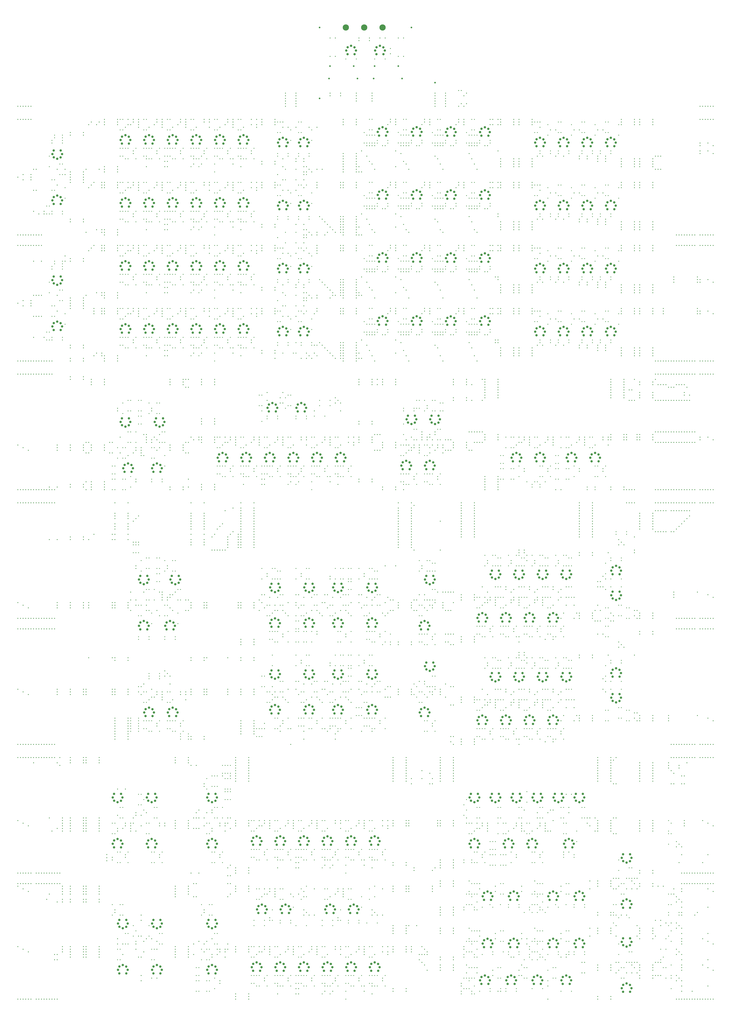
<source format=gbr>
G04 DesignSpark PCB Gerber Version 12.0 Build 5941*
G04 #@! TF.Part,Single*
G04 #@! TF.FilePolarity,Positive*
%FSLAX35Y35*%
%MOIN*%
G04 #@! TA.AperFunction,ComponentDrill*
%ADD76C,0.03200*%
G04 #@! TA.AperFunction,MechanicalDrill*
%ADD72C,0.03500*%
%ADD73C,0.03543*%
%ADD75C,0.06299*%
%ADD29C,0.08661*%
%ADD74C,0.23622*%
G04 #@! TD.AperFunction*
X0Y0D02*
D02*
D29*
X151746Y2582140D03*
Y2758360D03*
Y3062140D03*
Y3238360D03*
X156864Y2568360D03*
Y2772140D03*
Y3048360D03*
Y3252140D03*
X157258Y2594738D03*
Y2746156D03*
Y3074738D03*
Y3226156D03*
X170250Y2600250D03*
Y2740250D03*
Y3080250D03*
Y3220250D03*
X183242Y2594344D03*
Y2745762D03*
Y3074344D03*
Y3225762D03*
X183636Y2568360D03*
Y2772140D03*
Y3048360D03*
Y3252140D03*
X188754Y2582140D03*
Y2758360D03*
Y3062140D03*
Y3238360D03*
X381746Y612140D03*
Y788360D03*
X386864Y598360D03*
Y802140D03*
X387258Y624738D03*
Y776156D03*
X400250Y630250D03*
Y770250D03*
X401746Y132140D03*
Y308360D03*
X406864Y118360D03*
Y322140D03*
X407258Y144738D03*
Y296156D03*
X411746Y2218360D03*
Y2572140D03*
Y2812140D03*
Y3052140D03*
Y3292140D03*
X413242Y624344D03*
Y775762D03*
X413636Y598360D03*
Y802140D03*
X416864Y2232140D03*
Y2558360D03*
Y2798360D03*
Y3038360D03*
Y3278360D03*
X417258Y2206156D03*
Y2584738D03*
Y2824738D03*
Y3064738D03*
Y3304738D03*
X418754Y612140D03*
Y788360D03*
X420250Y150250D03*
Y290250D03*
X421746Y2042140D03*
X426864Y2028360D03*
X427258Y2054738D03*
X430250Y2200250D03*
Y2590250D03*
Y2830250D03*
Y3070250D03*
Y3310250D03*
X433242Y144344D03*
Y295762D03*
X433636Y118360D03*
Y322140D03*
X438754Y132140D03*
Y308360D03*
X440250Y2060250D03*
X443242Y2205762D03*
Y2584344D03*
Y2824344D03*
Y3064344D03*
Y3304344D03*
X443636Y2232140D03*
Y2558360D03*
Y2798360D03*
Y3038360D03*
Y3278360D03*
X448754Y2218360D03*
Y2572140D03*
Y2812140D03*
Y3052140D03*
Y3292140D03*
X453242Y2054344D03*
X453636Y2028360D03*
X458754Y2042140D03*
X481746Y1442140D03*
Y1618360D03*
X486864Y1428360D03*
Y1632140D03*
X487258Y1454738D03*
Y1606156D03*
X500250Y1460250D03*
Y1600250D03*
X501746Y1112140D03*
Y2572140D03*
Y2812140D03*
Y3052140D03*
Y3292140D03*
X506864Y1098360D03*
Y2558360D03*
Y2798360D03*
Y3038360D03*
Y3278360D03*
X507258Y1124738D03*
Y2584738D03*
Y2824738D03*
Y3064738D03*
Y3304738D03*
X511746Y612140D03*
Y788360D03*
X513242Y1454344D03*
Y1605762D03*
X513636Y1428360D03*
Y1632140D03*
X516864Y598360D03*
Y802140D03*
X517258Y624738D03*
Y776156D03*
X518754Y1442140D03*
Y1618360D03*
X520250Y1130250D03*
Y2590250D03*
Y2830250D03*
Y3070250D03*
Y3310250D03*
X530250Y630250D03*
Y770250D03*
X531746Y132140D03*
Y308360D03*
Y2042140D03*
X533242Y1124344D03*
Y2584344D03*
Y2824344D03*
Y3064344D03*
Y3304344D03*
X533636Y1098360D03*
Y2558360D03*
Y2798360D03*
Y3038360D03*
Y3278360D03*
X536864Y118360D03*
Y322140D03*
Y2028360D03*
X537258Y144738D03*
Y296156D03*
Y2054738D03*
X538754Y1112140D03*
Y2572140D03*
Y2812140D03*
Y3052140D03*
Y3292140D03*
X541746Y2218360D03*
X543242Y624344D03*
Y775762D03*
X543636Y598360D03*
Y802140D03*
X546864Y2232140D03*
X547258Y2206156D03*
X548754Y612140D03*
Y788360D03*
X550250Y150250D03*
Y290250D03*
Y2060250D03*
X560250Y2200250D03*
X563242Y144344D03*
Y295762D03*
Y2054344D03*
X563636Y118360D03*
Y322140D03*
Y2028360D03*
X568754Y132140D03*
Y308360D03*
Y2042140D03*
X573242Y2205762D03*
X573636Y2232140D03*
X578754Y2218360D03*
X581746Y1442140D03*
X586864Y1428360D03*
X587258Y1454738D03*
X591746Y1112140D03*
Y2572140D03*
Y2812140D03*
Y3052140D03*
Y3292140D03*
X596864Y1098360D03*
Y2558360D03*
Y2798360D03*
Y3038360D03*
Y3278360D03*
X597258Y1124738D03*
Y2584738D03*
Y2824738D03*
Y3064738D03*
Y3304738D03*
X600250Y1460250D03*
X601746Y1618360D03*
X606864Y1632140D03*
X607258Y1606156D03*
X610250Y1130250D03*
Y2590250D03*
Y2830250D03*
Y3070250D03*
Y3310250D03*
X613242Y1454344D03*
X613636Y1428360D03*
X618754Y1442140D03*
X620250Y1600250D03*
X623242Y1124344D03*
Y2584344D03*
Y2824344D03*
Y3064344D03*
Y3304344D03*
X623636Y1098360D03*
Y2558360D03*
Y2798360D03*
Y3038360D03*
Y3278360D03*
X628754Y1112140D03*
Y2572140D03*
Y2812140D03*
Y3052140D03*
Y3292140D03*
X633242Y1605762D03*
X633636Y1632140D03*
X638754Y1618360D03*
X681746Y2572140D03*
Y2812140D03*
Y3052140D03*
Y3292140D03*
X686864Y2558360D03*
Y2798360D03*
Y3038360D03*
Y3278360D03*
X687258Y2584738D03*
Y2824738D03*
Y3064738D03*
Y3304738D03*
X700250Y2590250D03*
Y2830250D03*
Y3070250D03*
Y3310250D03*
X713242Y2584344D03*
Y2824344D03*
Y3064344D03*
Y3304344D03*
X713636Y2558360D03*
Y2798360D03*
Y3038360D03*
Y3278360D03*
X718754Y2572140D03*
Y2812140D03*
Y3052140D03*
Y3292140D03*
X741746Y132140D03*
Y308360D03*
Y612140D03*
Y788360D03*
X746864Y118360D03*
Y322140D03*
Y598360D03*
Y802140D03*
X747258Y144738D03*
Y296156D03*
Y624738D03*
Y776156D03*
X760250Y150250D03*
Y290250D03*
Y630250D03*
Y770250D03*
X771746Y2572140D03*
Y2812140D03*
Y3052140D03*
Y3292140D03*
X773242Y144344D03*
Y295762D03*
Y624344D03*
Y775762D03*
X773636Y118360D03*
Y322140D03*
Y598360D03*
Y802140D03*
X776864Y2558360D03*
Y2798360D03*
Y3038360D03*
Y3278360D03*
X777258Y2584738D03*
Y2824738D03*
Y3064738D03*
Y3304738D03*
X778754Y132140D03*
Y308360D03*
Y612140D03*
Y788360D03*
X781746Y2082140D03*
X786864Y2068360D03*
X787258Y2094738D03*
X790250Y2590250D03*
Y2830250D03*
Y3070250D03*
Y3310250D03*
X800250Y2100250D03*
X803242Y2584344D03*
Y2824344D03*
Y3064344D03*
Y3304344D03*
X803636Y2558360D03*
Y2798360D03*
Y3038360D03*
Y3278360D03*
X808754Y2572140D03*
Y2812140D03*
Y3052140D03*
Y3292140D03*
X813242Y2094344D03*
X813636Y2068360D03*
X818754Y2082140D03*
X861746Y2572140D03*
Y2812140D03*
Y3052140D03*
Y3292140D03*
X866864Y2558360D03*
Y2798360D03*
Y3038360D03*
Y3278360D03*
X867258Y2584738D03*
Y2824738D03*
Y3064738D03*
Y3304738D03*
X871746Y2082140D03*
X876864Y2068360D03*
X877258Y2094738D03*
X880250Y2590250D03*
Y2830250D03*
Y3070250D03*
Y3310250D03*
X890250Y2100250D03*
X893242Y2584344D03*
Y2824344D03*
Y3064344D03*
Y3304344D03*
X893636Y2558360D03*
Y2798360D03*
Y3038360D03*
Y3278360D03*
X898754Y2572140D03*
Y2812140D03*
Y3052140D03*
Y3292140D03*
X903242Y2094344D03*
X903636Y2068360D03*
X908754Y2082140D03*
X911746Y142140D03*
Y622140D03*
X916864Y128360D03*
Y608360D03*
X917258Y154738D03*
Y634738D03*
X930250Y160250D03*
Y640250D03*
X931746Y362140D03*
X936864Y348360D03*
X937258Y374738D03*
X943242Y154344D03*
Y634344D03*
X943636Y128360D03*
Y608360D03*
X948754Y142140D03*
Y622140D03*
X950250Y380250D03*
X961746Y2082140D03*
X963242Y374344D03*
X963636Y348360D03*
X966864Y2068360D03*
X967258Y2094738D03*
X968754Y362140D03*
X971746Y2272140D03*
X976864Y2258360D03*
X977258Y2284738D03*
X980250Y2100250D03*
X981746Y1122140D03*
Y1258360D03*
Y1452140D03*
Y1588360D03*
X986864Y1108360D03*
Y1272140D03*
Y1438360D03*
Y1602140D03*
X987258Y1134738D03*
Y1246156D03*
Y1464738D03*
Y1576156D03*
X990250Y2290250D03*
X993242Y2094344D03*
X993636Y2068360D03*
X998754Y2082140D03*
X1000250Y1140250D03*
Y1240250D03*
Y1470250D03*
Y1570250D03*
X1001746Y142140D03*
Y622140D03*
X1003242Y2284344D03*
X1003636Y2258360D03*
X1006864Y128360D03*
Y608360D03*
X1007258Y154738D03*
Y634738D03*
X1008754Y2272140D03*
X1011746Y2562140D03*
Y2802140D03*
Y3042140D03*
Y3282140D03*
X1013242Y1134344D03*
Y1245762D03*
Y1464344D03*
Y1575762D03*
X1013636Y1108360D03*
Y1272140D03*
Y1438360D03*
Y1602140D03*
X1016864Y2548360D03*
Y2788360D03*
Y3028360D03*
Y3268360D03*
X1017258Y2574738D03*
Y2814738D03*
Y3054738D03*
Y3294738D03*
X1018754Y1122140D03*
Y1258360D03*
Y1452140D03*
Y1588360D03*
X1020250Y160250D03*
Y640250D03*
X1021746Y362140D03*
X1026864Y348360D03*
X1027258Y374738D03*
X1030250Y2580250D03*
Y2820250D03*
Y3060250D03*
Y3300250D03*
X1033242Y154344D03*
Y634344D03*
X1033636Y128360D03*
Y608360D03*
X1038754Y142140D03*
Y622140D03*
X1040250Y380250D03*
X1043242Y2574344D03*
Y2814344D03*
Y3054344D03*
Y3294344D03*
X1043636Y2548360D03*
Y2788360D03*
Y3028360D03*
Y3268360D03*
X1048754Y2562140D03*
Y2802140D03*
Y3042140D03*
Y3282140D03*
X1051746Y2082140D03*
X1053242Y374344D03*
X1053636Y348360D03*
X1056864Y2068360D03*
X1057258Y2094738D03*
X1058754Y362140D03*
X1070250Y2100250D03*
X1081746Y2272140D03*
X1083242Y2094344D03*
X1083636Y2068360D03*
X1086864Y2258360D03*
X1087258Y2284738D03*
X1088754Y2082140D03*
X1091746Y142140D03*
Y622140D03*
Y2562140D03*
Y2802140D03*
Y3042140D03*
Y3282140D03*
X1096864Y128360D03*
Y608360D03*
Y2548360D03*
Y2788360D03*
Y3028360D03*
Y3268360D03*
X1097258Y154738D03*
Y634738D03*
Y2574738D03*
Y2814738D03*
Y3054738D03*
Y3294738D03*
X1100250Y2290250D03*
X1110250Y160250D03*
Y640250D03*
Y2580250D03*
Y2820250D03*
Y3060250D03*
Y3300250D03*
X1111746Y1122140D03*
Y1258360D03*
Y1452140D03*
Y1588360D03*
X1113242Y2284344D03*
X1113636Y2258360D03*
X1116864Y1108360D03*
Y1272140D03*
Y1438360D03*
Y1602140D03*
X1117258Y1134738D03*
Y1246156D03*
Y1464738D03*
Y1576156D03*
X1118754Y2272140D03*
X1123242Y154344D03*
Y634344D03*
Y2574344D03*
Y2814344D03*
Y3054344D03*
Y3294344D03*
X1123636Y128360D03*
Y608360D03*
Y2548360D03*
Y2788360D03*
Y3028360D03*
Y3268360D03*
X1128754Y142140D03*
Y622140D03*
Y2562140D03*
Y2802140D03*
Y3042140D03*
Y3282140D03*
X1130250Y1140250D03*
Y1240250D03*
Y1470250D03*
Y1570250D03*
X1141746Y2082140D03*
X1143242Y1134344D03*
Y1245762D03*
Y1464344D03*
Y1575762D03*
X1143636Y1108360D03*
Y1272140D03*
Y1438360D03*
Y1602140D03*
X1146864Y2068360D03*
X1147258Y2094738D03*
X1148754Y1122140D03*
Y1258360D03*
Y1452140D03*
Y1588360D03*
X1160250Y2100250D03*
X1173242Y2094344D03*
X1173636Y2068360D03*
X1178754Y2082140D03*
X1181746Y142140D03*
Y622140D03*
X1186864Y128360D03*
Y608360D03*
X1187258Y154738D03*
Y634738D03*
X1191746Y362140D03*
X1196864Y348360D03*
X1197258Y374738D03*
X1200250Y160250D03*
Y640250D03*
X1210250Y380250D03*
X1213242Y154344D03*
Y634344D03*
X1213636Y128360D03*
Y608360D03*
X1218754Y142140D03*
Y622140D03*
X1221746Y1122140D03*
Y1258360D03*
Y1452140D03*
Y1588360D03*
X1223242Y374344D03*
X1223636Y348360D03*
X1226864Y1108360D03*
Y1272140D03*
Y1438360D03*
Y1602140D03*
X1227258Y1134738D03*
Y1246156D03*
Y1464738D03*
Y1576156D03*
X1228754Y362140D03*
X1231746Y2082140D03*
X1236864Y2068360D03*
X1237258Y2094738D03*
X1240250Y1140250D03*
Y1240250D03*
Y1470250D03*
Y1570250D03*
X1250250Y2100250D03*
X1253242Y1134344D03*
Y1245762D03*
Y1464344D03*
Y1575762D03*
X1253636Y1108360D03*
Y1272140D03*
Y1438360D03*
Y1602140D03*
X1258754Y1122140D03*
Y1258360D03*
Y1452140D03*
Y1588360D03*
X1263242Y2094344D03*
X1263636Y2068360D03*
X1268754Y2082140D03*
X1271746Y142140D03*
Y622140D03*
Y3632533D03*
X1276864Y128360D03*
Y608360D03*
Y3618754D03*
X1277258Y154738D03*
Y634738D03*
Y3645132D03*
X1281746Y362140D03*
X1286864Y348360D03*
X1287258Y374738D03*
X1290250Y160250D03*
Y640250D03*
Y3650644D03*
X1300250Y380250D03*
X1303242Y154344D03*
Y634344D03*
Y3644738D03*
X1303636Y128360D03*
Y608360D03*
Y3618754D03*
X1308754Y142140D03*
Y622140D03*
Y3632533D03*
X1313242Y374344D03*
X1313636Y348360D03*
X1318754Y362140D03*
X1351746Y1122140D03*
Y1258360D03*
Y1452140D03*
Y1588360D03*
X1356864Y1108360D03*
Y1272140D03*
Y1438360D03*
Y1602140D03*
X1357258Y1134738D03*
Y1246156D03*
Y1464738D03*
Y1576156D03*
X1361746Y142140D03*
Y622140D03*
X1366864Y128360D03*
Y608360D03*
X1367258Y154738D03*
Y634738D03*
X1370250Y1140250D03*
Y1240250D03*
Y1470250D03*
Y1570250D03*
X1380250Y160250D03*
Y640250D03*
X1381746Y3632533D03*
X1383242Y1134344D03*
Y1245762D03*
Y1464344D03*
Y1575762D03*
X1383636Y1108360D03*
Y1272140D03*
Y1438360D03*
Y1602140D03*
X1386864Y3618754D03*
X1387258Y3645132D03*
X1388754Y1122140D03*
Y1258360D03*
Y1452140D03*
Y1588360D03*
X1391746Y2602533D03*
Y2842533D03*
Y3082533D03*
Y3322533D03*
X1393242Y154344D03*
Y634344D03*
X1393636Y128360D03*
Y608360D03*
X1396864Y2588754D03*
Y2828754D03*
Y3068754D03*
Y3308754D03*
X1397258Y2615132D03*
Y2855132D03*
Y3095132D03*
Y3335132D03*
X1398754Y142140D03*
Y622140D03*
X1400250Y3650644D03*
X1410250Y2620644D03*
Y2860644D03*
Y3100644D03*
Y3340644D03*
X1413242Y3644738D03*
X1413636Y3618754D03*
X1418754Y3632533D03*
X1423242Y2614738D03*
Y2854738D03*
Y3094738D03*
Y3334738D03*
X1423636Y2588754D03*
Y2828754D03*
Y3068754D03*
Y3308754D03*
X1428754Y2602533D03*
Y2842533D03*
Y3082533D03*
Y3322533D03*
X1481746Y2052140D03*
X1486864Y2038360D03*
X1487258Y2064738D03*
X1500250Y2070250D03*
X1501746Y2228360D03*
X1506864Y2242140D03*
X1507258Y2216156D03*
X1513242Y2064344D03*
X1513636Y2038360D03*
X1518754Y2052140D03*
X1520250Y2210250D03*
X1521746Y2602533D03*
Y2842533D03*
Y3082533D03*
Y3322533D03*
X1526864Y2588754D03*
Y2828754D03*
Y3068754D03*
Y3308754D03*
X1527258Y2615132D03*
Y2855132D03*
Y3095132D03*
Y3335132D03*
X1533242Y2215762D03*
X1533636Y2242140D03*
X1538754Y2228360D03*
X1540250Y2620644D03*
Y2860644D03*
Y3100644D03*
Y3340644D03*
X1551746Y1112140D03*
Y1442140D03*
X1553242Y2614738D03*
Y2854738D03*
Y3094738D03*
Y3334738D03*
X1553636Y2588754D03*
Y2828754D03*
Y3068754D03*
Y3308754D03*
X1556864Y1098360D03*
Y1428360D03*
X1557258Y1124738D03*
Y1454738D03*
X1558754Y2602533D03*
Y2842533D03*
Y3082533D03*
Y3322533D03*
X1570250Y1130250D03*
Y1460250D03*
X1571746Y1288360D03*
Y1618360D03*
Y2052140D03*
X1576864Y1302140D03*
Y1632140D03*
Y2038360D03*
X1577258Y1276156D03*
Y1606156D03*
Y2064738D03*
X1583242Y1124344D03*
Y1454344D03*
X1583636Y1098360D03*
Y1428360D03*
X1588754Y1112140D03*
Y1442140D03*
X1590250Y1270250D03*
Y1600250D03*
Y2070250D03*
X1591746Y2228360D03*
X1596864Y2242140D03*
X1597258Y2216156D03*
X1603242Y1275762D03*
Y1605762D03*
Y2064344D03*
X1603636Y1302140D03*
Y1632140D03*
Y2038360D03*
X1608754Y1288360D03*
Y1618360D03*
Y2052140D03*
X1610250Y2210250D03*
X1623242Y2215762D03*
X1623636Y2242140D03*
X1628754Y2228360D03*
X1651746Y2602140D03*
Y2842140D03*
Y3082140D03*
Y3322140D03*
X1656864Y2588360D03*
Y2828360D03*
Y3068360D03*
Y3308360D03*
X1657258Y2614738D03*
Y2854738D03*
Y3094738D03*
Y3334738D03*
X1670250Y2620250D03*
Y2860250D03*
Y3100250D03*
Y3340250D03*
X1683242Y2614344D03*
Y2854344D03*
Y3094344D03*
Y3334344D03*
X1683636Y2588360D03*
Y2828360D03*
Y3068360D03*
Y3308360D03*
X1688754Y2602140D03*
Y2842140D03*
Y3082140D03*
Y3322140D03*
X1741746Y612140D03*
Y788360D03*
X1746864Y598360D03*
Y802140D03*
X1747258Y624738D03*
Y776156D03*
X1760250Y630250D03*
Y770250D03*
X1771746Y1082140D03*
Y1472140D03*
X1773242Y624344D03*
Y775762D03*
X1773636Y598360D03*
Y802140D03*
X1776864Y1068360D03*
Y1458360D03*
X1777258Y1094738D03*
Y1484738D03*
X1778754Y612140D03*
Y788360D03*
X1781746Y92140D03*
Y2602140D03*
Y2842140D03*
Y3082140D03*
Y3322140D03*
X1786864Y78360D03*
Y2588360D03*
Y2828360D03*
Y3068360D03*
Y3308360D03*
X1787258Y104738D03*
Y2614738D03*
Y2854738D03*
Y3094738D03*
Y3334738D03*
X1790250Y1100250D03*
Y1490250D03*
X1791746Y232140D03*
Y412140D03*
X1796864Y218360D03*
Y398360D03*
X1797258Y244738D03*
Y424738D03*
X1800250Y110250D03*
Y2620250D03*
Y2860250D03*
Y3100250D03*
Y3340250D03*
X1803242Y1094344D03*
Y1484344D03*
X1803636Y1068360D03*
Y1458360D03*
X1808754Y1082140D03*
Y1472140D03*
X1810250Y250250D03*
Y430250D03*
X1813242Y104344D03*
Y2614344D03*
Y2854344D03*
Y3094344D03*
Y3334344D03*
X1813636Y78360D03*
Y2588360D03*
Y2828360D03*
Y3068360D03*
Y3308360D03*
X1818754Y92140D03*
Y2602140D03*
Y2842140D03*
Y3082140D03*
Y3322140D03*
X1821746Y788360D03*
Y1248360D03*
Y1638360D03*
X1823242Y244344D03*
Y424344D03*
X1823636Y218360D03*
Y398360D03*
X1826864Y802140D03*
Y1262140D03*
Y1652140D03*
X1827258Y776156D03*
Y1236156D03*
Y1626156D03*
X1828754Y232140D03*
Y412140D03*
X1840250Y770250D03*
Y1230250D03*
Y1620250D03*
X1853242Y775762D03*
Y1235762D03*
Y1625762D03*
X1853636Y802140D03*
Y1262140D03*
Y1652140D03*
X1858754Y788360D03*
Y1248360D03*
Y1638360D03*
X1861746Y1082140D03*
Y1472140D03*
X1866864Y1068360D03*
Y1458360D03*
X1867258Y1094738D03*
Y1484738D03*
X1871746Y612140D03*
X1876864Y598360D03*
X1877258Y624738D03*
X1880250Y1100250D03*
Y1490250D03*
X1881746Y92140D03*
X1886864Y78360D03*
X1887258Y104738D03*
X1890250Y630250D03*
X1891746Y232140D03*
Y412140D03*
X1893242Y1094344D03*
Y1484344D03*
X1893636Y1068360D03*
Y1458360D03*
X1896864Y218360D03*
Y398360D03*
X1897258Y244738D03*
Y424738D03*
X1898754Y1082140D03*
Y1472140D03*
X1900250Y110250D03*
X1901746Y788360D03*
Y2082140D03*
X1903242Y624344D03*
X1903636Y598360D03*
X1906864Y802140D03*
Y2068360D03*
X1907258Y776156D03*
Y2094738D03*
X1908754Y612140D03*
X1910250Y250250D03*
Y430250D03*
X1911746Y1248360D03*
Y1638360D03*
X1913242Y104344D03*
X1913636Y78360D03*
X1916864Y1262140D03*
Y1652140D03*
X1917258Y1236156D03*
Y1626156D03*
X1918754Y92140D03*
X1920250Y770250D03*
Y2100250D03*
X1923242Y244344D03*
Y424344D03*
X1923636Y218360D03*
Y398360D03*
X1928754Y232140D03*
Y412140D03*
X1930250Y1230250D03*
Y1620250D03*
X1933242Y775762D03*
Y2094344D03*
X1933636Y802140D03*
Y2068360D03*
X1938754Y788360D03*
Y2082140D03*
X1943242Y1235762D03*
Y1625762D03*
X1943636Y1262140D03*
Y1652140D03*
X1948754Y1248360D03*
Y1638360D03*
X1951746Y1082140D03*
Y1472140D03*
X1956864Y1068360D03*
Y1458360D03*
X1957258Y1094738D03*
Y1484738D03*
X1961746Y612140D03*
X1966864Y598360D03*
X1967258Y624738D03*
X1970250Y1100250D03*
Y1490250D03*
X1980250Y630250D03*
X1981746Y92140D03*
Y788360D03*
X1983242Y1094344D03*
Y1484344D03*
X1983636Y1068360D03*
Y1458360D03*
X1986864Y78360D03*
Y802140D03*
X1987258Y104738D03*
Y776156D03*
X1988754Y1082140D03*
Y1472140D03*
X1991746Y2082140D03*
Y2562140D03*
Y2802140D03*
Y3042140D03*
Y3282140D03*
X1993242Y624344D03*
X1993636Y598360D03*
X1996864Y2068360D03*
Y2548360D03*
Y2788360D03*
Y3028360D03*
Y3268360D03*
X1997258Y2094738D03*
Y2574738D03*
Y2814738D03*
Y3054738D03*
Y3294738D03*
X1998754Y612140D03*
X2000250Y110250D03*
Y770250D03*
X2001746Y1248360D03*
Y1638360D03*
X2006864Y1262140D03*
Y1652140D03*
X2007258Y1236156D03*
Y1626156D03*
X2010250Y2100250D03*
Y2580250D03*
Y2820250D03*
Y3060250D03*
Y3300250D03*
X2013242Y104344D03*
Y775762D03*
X2013636Y78360D03*
Y802140D03*
X2018754Y92140D03*
Y788360D03*
X2020250Y1230250D03*
Y1620250D03*
X2023242Y2094344D03*
Y2574344D03*
Y2814344D03*
Y3054344D03*
Y3294344D03*
X2023636Y2068360D03*
Y2548360D03*
Y2788360D03*
Y3028360D03*
Y3268360D03*
X2028754Y2082140D03*
Y2562140D03*
Y2802140D03*
Y3042140D03*
Y3282140D03*
X2033242Y1235762D03*
Y1625762D03*
X2033636Y1262140D03*
Y1652140D03*
X2038754Y1248360D03*
Y1638360D03*
X2041746Y232140D03*
Y412140D03*
Y1082140D03*
Y1472140D03*
X2046864Y218360D03*
Y398360D03*
Y1068360D03*
Y1458360D03*
X2047258Y244738D03*
Y424738D03*
Y1094738D03*
Y1484738D03*
X2060250Y250250D03*
Y430250D03*
Y1100250D03*
Y1490250D03*
X2061746Y788360D03*
X2066864Y802140D03*
X2067258Y776156D03*
X2073242Y244344D03*
Y424344D03*
Y1094344D03*
Y1484344D03*
X2073636Y218360D03*
Y398360D03*
Y1068360D03*
Y1458360D03*
X2078754Y232140D03*
Y412140D03*
Y1082140D03*
Y1472140D03*
X2080250Y770250D03*
X2081746Y2562140D03*
Y2802140D03*
Y3042140D03*
Y3282140D03*
X2086864Y2548360D03*
Y2788360D03*
Y3028360D03*
Y3268360D03*
X2087258Y2574738D03*
Y2814738D03*
Y3054738D03*
Y3294738D03*
X2091746Y92140D03*
Y1248360D03*
Y1638360D03*
X2093242Y775762D03*
X2093636Y802140D03*
X2096864Y78360D03*
Y1262140D03*
Y1652140D03*
X2097258Y104738D03*
Y1236156D03*
Y1626156D03*
X2098754Y788360D03*
X2100250Y2580250D03*
Y2820250D03*
Y3060250D03*
Y3300250D03*
X2101746Y612140D03*
X2106864Y598360D03*
X2107258Y624738D03*
X2110250Y110250D03*
Y1230250D03*
Y1620250D03*
X2111746Y2082140D03*
X2113242Y2574344D03*
Y2814344D03*
Y3054344D03*
Y3294344D03*
X2113636Y2548360D03*
Y2788360D03*
Y3028360D03*
Y3268360D03*
X2116864Y2068360D03*
X2117258Y2094738D03*
X2118754Y2562140D03*
Y2802140D03*
Y3042140D03*
Y3282140D03*
X2120250Y630250D03*
X2123242Y104344D03*
Y1235762D03*
Y1625762D03*
X2123636Y78360D03*
Y1262140D03*
Y1652140D03*
X2128754Y92140D03*
Y1248360D03*
Y1638360D03*
X2130250Y2100250D03*
X2133242Y624344D03*
X2133636Y598360D03*
X2138754Y612140D03*
X2141746Y232140D03*
Y412140D03*
Y788360D03*
X2143242Y2094344D03*
X2143636Y2068360D03*
X2146864Y218360D03*
Y398360D03*
Y802140D03*
X2147258Y244738D03*
Y424738D03*
Y776156D03*
X2148754Y2082140D03*
X2160250Y250250D03*
Y430250D03*
Y770250D03*
X2171746Y2562140D03*
Y2802140D03*
Y3042140D03*
Y3282140D03*
X2173242Y244344D03*
Y424344D03*
Y775762D03*
X2173636Y218360D03*
Y398360D03*
Y802140D03*
X2176864Y2548360D03*
Y2788360D03*
Y3028360D03*
Y3268360D03*
X2177258Y2574738D03*
Y2814738D03*
Y3054738D03*
Y3294738D03*
X2178754Y232140D03*
Y412140D03*
Y788360D03*
X2190250Y2580250D03*
Y2820250D03*
Y3060250D03*
Y3300250D03*
X2201746Y2082140D03*
X2203242Y2574344D03*
Y2814344D03*
Y3054344D03*
Y3294344D03*
X2203636Y2548360D03*
Y2788360D03*
Y3028360D03*
Y3268360D03*
X2206864Y2068360D03*
X2207258Y2094738D03*
X2208754Y2562140D03*
Y2802140D03*
Y3042140D03*
Y3282140D03*
X2220250Y2100250D03*
X2233242Y2094344D03*
X2233636Y2068360D03*
X2238754Y2082140D03*
X2261746Y2562140D03*
Y2802140D03*
Y3042140D03*
Y3282140D03*
X2266864Y2548360D03*
Y2788360D03*
Y3028360D03*
Y3268360D03*
X2267258Y2574738D03*
Y2814738D03*
Y3054738D03*
Y3294738D03*
X2280250Y2580250D03*
Y2820250D03*
Y3060250D03*
Y3300250D03*
X2281746Y1168360D03*
Y1262140D03*
Y1558360D03*
Y1652140D03*
X2286864Y1182140D03*
Y1248360D03*
Y1572140D03*
Y1638360D03*
X2287258Y1156156D03*
Y1274738D03*
Y1546156D03*
Y1664738D03*
X2293242Y2574344D03*
Y2814344D03*
Y3054344D03*
Y3294344D03*
X2293636Y2548360D03*
Y2788360D03*
Y3028360D03*
Y3268360D03*
X2298754Y2562140D03*
Y2802140D03*
Y3042140D03*
Y3282140D03*
X2300250Y1150250D03*
Y1280250D03*
Y1540250D03*
Y1670250D03*
X2313242Y1155762D03*
Y1274344D03*
Y1545762D03*
Y1664344D03*
X2313636Y1182140D03*
Y1248360D03*
Y1572140D03*
Y1638360D03*
X2318754Y1168360D03*
Y1262140D03*
Y1558360D03*
Y1652140D03*
X2321746Y62140D03*
Y238360D03*
Y382140D03*
Y558360D03*
X2326864Y48360D03*
Y252140D03*
Y368360D03*
Y572140D03*
X2327258Y74738D03*
Y226156D03*
Y394738D03*
Y546156D03*
X2340250Y80250D03*
Y220250D03*
Y400250D03*
Y540250D03*
X2353242Y74344D03*
Y225762D03*
Y394344D03*
Y545762D03*
X2353636Y48360D03*
Y252140D03*
Y368360D03*
Y572140D03*
X2358754Y62140D03*
Y238360D03*
Y382140D03*
Y558360D03*
D02*
D72*
X20250Y20250D03*
Y220250D03*
Y450250D03*
Y460250D03*
Y500250D03*
Y700250D03*
Y940250D03*
Y990250D03*
Y1200250D03*
Y1430250D03*
Y1470250D03*
Y1530250D03*
Y1910250D03*
Y1960250D03*
Y2130250D03*
Y2400250D03*
Y2450250D03*
Y2670250D03*
Y2890250D03*
Y2930250D03*
Y3150250D03*
Y3370250D03*
Y3420250D03*
X30250Y20250D03*
Y460250D03*
Y500250D03*
Y940250D03*
Y990250D03*
Y1430250D03*
Y1470250D03*
Y1910250D03*
Y1960250D03*
Y2400250D03*
Y2450250D03*
Y2890250D03*
Y2930250D03*
Y3370250D03*
Y3420250D03*
X40250Y20250D03*
Y210250D03*
Y440250D03*
Y460250D03*
Y500250D03*
Y690250D03*
Y940250D03*
Y990250D03*
Y1190250D03*
Y1430250D03*
Y1470250D03*
Y1520250D03*
Y1910250D03*
Y1960250D03*
Y2120250D03*
Y2400250D03*
Y2450250D03*
Y2660250D03*
Y2680250D03*
Y2890250D03*
Y2930250D03*
Y3140250D03*
Y3160250D03*
Y3370250D03*
Y3420250D03*
X50250Y20250D03*
Y460250D03*
Y500250D03*
Y940250D03*
Y990250D03*
Y1430250D03*
Y1470250D03*
Y1910250D03*
Y1960250D03*
Y2400250D03*
Y2450250D03*
Y2890250D03*
Y2930250D03*
Y3370250D03*
Y3420250D03*
X60250Y20250D03*
Y200250D03*
Y430250D03*
Y460250D03*
Y500250D03*
Y680250D03*
Y940250D03*
Y990250D03*
Y1180250D03*
Y1430250D03*
Y1470250D03*
Y1510250D03*
Y1910250D03*
Y1960250D03*
Y2110250D03*
Y2400250D03*
Y2450250D03*
Y2890250D03*
Y2930250D03*
Y3370250D03*
Y3420250D03*
X70250Y20250D03*
Y460250D03*
Y500250D03*
Y940250D03*
Y990250D03*
Y1430250D03*
Y1470250D03*
Y1910250D03*
Y1960250D03*
Y2400250D03*
Y2450250D03*
Y2660250D03*
Y2670250D03*
Y2680250D03*
Y2890250D03*
Y2930250D03*
Y3140250D03*
Y3150250D03*
Y3160250D03*
Y3370250D03*
Y3420250D03*
X80250Y920250D03*
Y940250D03*
Y990250D03*
Y1430250D03*
Y1470250D03*
Y1910250D03*
Y1960250D03*
Y2400250D03*
Y2450250D03*
Y2540250D03*
Y2620250D03*
Y2700250D03*
Y2830250D03*
Y2890250D03*
Y2930250D03*
Y3020250D03*
Y3100250D03*
Y3180250D03*
X90250Y20250D03*
Y460250D03*
Y500250D03*
Y940250D03*
Y990250D03*
Y1430250D03*
Y1470250D03*
Y1910250D03*
Y1960250D03*
Y2400250D03*
Y2450250D03*
Y2620250D03*
Y2700250D03*
Y2890250D03*
Y2930250D03*
Y3100250D03*
Y3180250D03*
X100250Y20250D03*
Y460250D03*
Y500250D03*
Y940250D03*
Y990250D03*
Y1430250D03*
Y1470250D03*
Y1910250D03*
Y1960250D03*
Y2400250D03*
Y2450250D03*
Y2620250D03*
Y2700250D03*
Y2890250D03*
Y2930250D03*
Y3010250D03*
X110250Y20250D03*
Y460250D03*
Y500250D03*
Y940250D03*
Y990250D03*
Y1430250D03*
Y1470250D03*
Y1910250D03*
Y1960250D03*
Y2400250D03*
Y2450250D03*
Y2620250D03*
Y2700250D03*
Y2830250D03*
Y2890250D03*
Y2930250D03*
X120250Y20250D03*
Y460250D03*
Y500250D03*
Y940250D03*
Y990250D03*
Y1430250D03*
Y1470250D03*
Y1910250D03*
Y1960250D03*
Y2400250D03*
Y2450250D03*
Y2540250D03*
Y3010250D03*
Y3020250D03*
X130250Y20250D03*
Y400250D03*
Y460250D03*
Y500250D03*
Y940250D03*
Y990250D03*
Y1430250D03*
Y1470250D03*
Y1910250D03*
Y1960250D03*
Y2400250D03*
Y2450250D03*
X140250Y20250D03*
Y420250D03*
Y460250D03*
Y500250D03*
Y710250D03*
Y940250D03*
Y990250D03*
Y1430250D03*
Y1470250D03*
Y1770250D03*
Y1910250D03*
Y1960250D03*
Y1970250D03*
Y2400250D03*
Y2450250D03*
X150250Y20250D03*
Y460250D03*
Y500250D03*
Y660250D03*
Y940250D03*
Y990250D03*
Y1430250D03*
Y1470250D03*
Y1910250D03*
Y1960250D03*
Y2400250D03*
Y2450250D03*
X160250Y20250D03*
Y170250D03*
Y190250D03*
Y460250D03*
Y500250D03*
Y940250D03*
Y990250D03*
Y1430250D03*
Y1470250D03*
Y1910250D03*
Y1960250D03*
X170250Y20250D03*
Y170250D03*
Y190250D03*
Y390250D03*
Y460250D03*
Y500250D03*
Y670250D03*
Y920250D03*
Y1180250D03*
Y1190250D03*
Y1200250D03*
Y1510250D03*
Y1520250D03*
Y1530250D03*
Y1770250D03*
Y1970250D03*
Y2110250D03*
Y2120250D03*
Y2130250D03*
Y2640250D03*
Y2700250D03*
Y3120250D03*
Y3180250D03*
X180250Y460250D03*
Y500250D03*
Y910250D03*
Y940250D03*
X190250Y200250D03*
Y210250D03*
Y220250D03*
Y390250D03*
Y400250D03*
Y420250D03*
Y430250D03*
Y440250D03*
Y450250D03*
Y660250D03*
Y670250D03*
Y680250D03*
Y690250D03*
Y700250D03*
Y710250D03*
X200250Y2830250D03*
Y2850250D03*
Y3160250D03*
Y3180250D03*
X220250Y180250D03*
Y190250D03*
Y200250D03*
Y210250D03*
Y220250D03*
Y390250D03*
Y400250D03*
Y420250D03*
Y430250D03*
Y440250D03*
Y450250D03*
Y660250D03*
Y670250D03*
Y680250D03*
Y690250D03*
Y700250D03*
Y710250D03*
Y920250D03*
Y930250D03*
Y940250D03*
Y1180250D03*
Y1190250D03*
Y1200250D03*
Y1510250D03*
Y1520250D03*
Y1530250D03*
Y1770250D03*
Y1780250D03*
Y1970250D03*
Y1980250D03*
Y2110250D03*
Y2120250D03*
Y2130250D03*
Y2380250D03*
Y2390250D03*
Y2450250D03*
Y2460250D03*
Y2500250D03*
Y2510250D03*
Y2650250D03*
Y2660250D03*
Y2670250D03*
Y2680250D03*
Y2690250D03*
Y2830250D03*
Y2840250D03*
Y2980250D03*
Y2990250D03*
Y3130250D03*
Y3140250D03*
Y3150250D03*
Y3160250D03*
Y3170250D03*
Y3310250D03*
Y3320250D03*
X270250Y180250D03*
Y190250D03*
Y200250D03*
Y210250D03*
Y220250D03*
Y390250D03*
Y400250D03*
Y420250D03*
Y430250D03*
Y440250D03*
Y450250D03*
Y660250D03*
Y670250D03*
Y680250D03*
Y690250D03*
Y700250D03*
Y710250D03*
Y920250D03*
Y930250D03*
Y940250D03*
Y1180250D03*
Y1190250D03*
Y1200250D03*
Y1510250D03*
Y1520250D03*
Y1530250D03*
Y1770250D03*
Y1780250D03*
Y1970250D03*
Y1980250D03*
Y2110250D03*
Y2120250D03*
Y2130250D03*
Y2380250D03*
Y2390250D03*
Y2450250D03*
Y2460250D03*
Y2500250D03*
Y2510250D03*
Y2650250D03*
Y2660250D03*
Y2670250D03*
Y2680250D03*
Y2690250D03*
Y2830250D03*
Y2840250D03*
Y2980250D03*
Y2990250D03*
Y3130250D03*
Y3140250D03*
Y3150250D03*
Y3160250D03*
Y3170250D03*
Y3310250D03*
Y3320250D03*
X280250Y180250D03*
Y190250D03*
Y200250D03*
Y210250D03*
Y220250D03*
Y390250D03*
Y400250D03*
Y420250D03*
Y430250D03*
Y440250D03*
Y450250D03*
Y660250D03*
Y670250D03*
Y680250D03*
Y690250D03*
Y700250D03*
Y710250D03*
Y920250D03*
Y930250D03*
Y940250D03*
Y1180250D03*
Y1190250D03*
Y1200250D03*
Y1960250D03*
Y1990250D03*
Y2100250D03*
Y2140250D03*
Y2700250D03*
Y2940250D03*
Y3180250D03*
X290250Y1320250D03*
Y1510250D03*
Y1520250D03*
Y1530250D03*
Y1770250D03*
Y2100250D03*
Y2140250D03*
Y2870250D03*
Y3110250D03*
Y3350250D03*
X300250Y1960250D03*
Y1970250D03*
Y1980250D03*
Y1990250D03*
Y2110250D03*
Y2120250D03*
Y2130250D03*
Y2360250D03*
Y2370250D03*
Y2380250D03*
Y2880250D03*
Y3120250D03*
Y3360250D03*
X310250Y1790250D03*
Y2470250D03*
Y2630250D03*
Y2640250D03*
Y2650250D03*
Y2890250D03*
Y3130250D03*
X320250Y2480250D03*
Y2710250D03*
Y2950250D03*
Y3350250D03*
X330250Y180250D03*
Y190250D03*
Y200250D03*
Y210250D03*
Y220250D03*
Y390250D03*
Y400250D03*
Y420250D03*
Y430250D03*
Y440250D03*
Y450250D03*
Y660250D03*
Y670250D03*
Y680250D03*
Y690250D03*
Y700250D03*
Y710250D03*
Y920250D03*
Y930250D03*
Y940250D03*
Y3180250D03*
Y3360250D03*
X340250Y2470250D03*
Y2480250D03*
Y2630250D03*
Y2640250D03*
Y2650250D03*
Y2700250D03*
Y2710250D03*
Y2870250D03*
Y2880250D03*
Y2890250D03*
Y2940250D03*
Y2950250D03*
Y3110250D03*
Y3120250D03*
Y3130250D03*
X350250Y1960250D03*
Y1970250D03*
Y1980250D03*
Y1990250D03*
Y2110250D03*
Y2120250D03*
Y2130250D03*
Y2360250D03*
Y2370250D03*
Y2380250D03*
Y2450250D03*
Y2460250D03*
Y2470250D03*
Y2630250D03*
Y2640250D03*
Y2650250D03*
Y2690250D03*
Y2700250D03*
Y2710250D03*
Y2870250D03*
Y2880250D03*
Y2890250D03*
Y2930250D03*
Y2940250D03*
Y2950250D03*
Y3110250D03*
Y3120250D03*
Y3130250D03*
Y3170250D03*
Y3180250D03*
Y3190250D03*
Y3350250D03*
Y3360250D03*
Y3370250D03*
X370250Y2100250D03*
Y2140250D03*
X380250Y1180250D03*
Y1190250D03*
Y1200250D03*
Y1320250D03*
Y1510250D03*
Y1520250D03*
Y1530250D03*
Y1770250D03*
Y1790250D03*
Y2100250D03*
Y2140250D03*
X390250Y1010250D03*
Y1020250D03*
Y1030250D03*
Y1040250D03*
Y1050250D03*
Y1060250D03*
Y1070250D03*
Y1080250D03*
Y1090250D03*
Y1180250D03*
Y1190250D03*
Y1200250D03*
Y1310250D03*
Y1320250D03*
Y1510250D03*
Y1520250D03*
Y1530250D03*
Y1770250D03*
Y1790250D03*
Y1810250D03*
Y1820250D03*
Y1830250D03*
Y1850250D03*
Y1860250D03*
Y1870250D03*
Y1910250D03*
X400250Y230250D03*
Y250250D03*
Y660250D03*
Y670250D03*
Y720250D03*
Y820250D03*
Y2450250D03*
Y2460250D03*
Y2470250D03*
Y2630250D03*
Y2640250D03*
Y2650250D03*
Y2690250D03*
Y2700250D03*
Y2710250D03*
Y2870250D03*
Y2880250D03*
Y2890250D03*
Y2930250D03*
Y2940250D03*
Y2950250D03*
Y3110250D03*
Y3120250D03*
Y3130250D03*
Y3170250D03*
Y3180250D03*
Y3190250D03*
Y3350250D03*
Y3360250D03*
Y3370250D03*
X410250Y2100250D03*
Y2160250D03*
X420250Y190250D03*
Y230250D03*
Y670250D03*
X430250Y680250D03*
Y690250D03*
Y820250D03*
Y2620250D03*
Y2860250D03*
Y3100250D03*
Y3340250D03*
X440250Y1010250D03*
Y1020250D03*
Y1030250D03*
Y1040250D03*
Y1050250D03*
Y1060250D03*
Y1070250D03*
Y1080250D03*
Y1090250D03*
Y1180250D03*
Y1190250D03*
Y1200250D03*
Y1310250D03*
Y1320250D03*
Y1510250D03*
Y1520250D03*
Y1530250D03*
Y1770250D03*
Y1790250D03*
Y1810250D03*
Y1820250D03*
Y1830250D03*
Y1850250D03*
Y1860250D03*
Y1870250D03*
Y1910250D03*
Y2090250D03*
Y2630250D03*
Y2650250D03*
Y2870250D03*
Y2890250D03*
Y3110250D03*
Y3130250D03*
Y3350250D03*
Y3370250D03*
X450250Y660250D03*
Y670250D03*
Y680250D03*
Y690250D03*
Y1500250D03*
Y1540250D03*
Y1570250D03*
Y2630250D03*
Y2870250D03*
Y3110250D03*
Y3350250D03*
X460250Y690250D03*
Y710250D03*
Y1760250D03*
Y1840250D03*
Y2100250D03*
Y2640250D03*
Y2650250D03*
Y2880250D03*
Y2890250D03*
Y3120250D03*
Y3130250D03*
Y3360250D03*
Y3370250D03*
X470250Y210250D03*
Y230250D03*
Y660250D03*
Y720250D03*
Y730250D03*
Y1520250D03*
Y1540250D03*
Y1760250D03*
Y1850250D03*
Y2110250D03*
Y2120250D03*
X480250Y180250D03*
Y260250D03*
Y1190250D03*
Y1210250D03*
Y1760250D03*
Y1860250D03*
Y2620250D03*
Y2630250D03*
Y2640250D03*
Y2650250D03*
Y2860250D03*
Y2870250D03*
Y2880250D03*
Y2890250D03*
Y3100250D03*
Y3110250D03*
Y3120250D03*
Y3130250D03*
Y3340250D03*
Y3350250D03*
Y3360250D03*
Y3370250D03*
X490250Y90250D03*
Y110250D03*
Y180250D03*
Y260250D03*
Y320250D03*
Y340250D03*
Y680250D03*
Y720250D03*
Y1180250D03*
Y1210250D03*
Y2090250D03*
Y2100250D03*
Y2110250D03*
Y2120250D03*
X500250Y200250D03*
Y240250D03*
Y1220250D03*
Y1570250D03*
Y2090250D03*
Y2170250D03*
X510250Y250250D03*
Y730250D03*
Y1500250D03*
Y1520250D03*
Y2140250D03*
Y2150250D03*
Y2160250D03*
Y2170250D03*
Y2470250D03*
Y2500250D03*
Y2710250D03*
Y2740250D03*
Y2950250D03*
Y2980250D03*
Y3190250D03*
Y3220250D03*
X520250Y1160250D03*
Y1500250D03*
Y2620250D03*
Y2860250D03*
Y3100250D03*
Y3340250D03*
X530250Y100250D03*
Y250250D03*
Y1170250D03*
Y1200250D03*
Y2140250D03*
Y2150250D03*
X540250Y1170250D03*
Y2160250D03*
Y2630250D03*
Y2870250D03*
Y3110250D03*
Y3350250D03*
X550250Y100250D03*
Y210250D03*
Y240250D03*
Y1180250D03*
Y1190250D03*
Y1500250D03*
Y2110250D03*
Y2150250D03*
Y2640250D03*
Y2650250D03*
Y2880250D03*
Y2890250D03*
Y3120250D03*
Y3130250D03*
Y3360250D03*
Y3370250D03*
X560250Y680250D03*
Y690250D03*
Y1480250D03*
Y1570250D03*
Y2120250D03*
Y2140250D03*
Y2170250D03*
X570250Y1160250D03*
Y1170250D03*
Y1180250D03*
Y1190250D03*
Y1540250D03*
Y1550250D03*
Y1560250D03*
Y1570250D03*
Y2620250D03*
Y2630250D03*
Y2640250D03*
Y2650250D03*
Y2860250D03*
Y2870250D03*
Y2880250D03*
Y2890250D03*
Y3100250D03*
Y3110250D03*
Y3120250D03*
Y3130250D03*
Y3340250D03*
Y3350250D03*
Y3360250D03*
Y3370250D03*
X580250Y680250D03*
Y690250D03*
Y1250250D03*
Y1270250D03*
Y2470250D03*
Y2490250D03*
Y2710250D03*
Y2730250D03*
Y2950250D03*
Y2970250D03*
Y3190250D03*
Y3210250D03*
X590250Y1260250D03*
Y1540250D03*
Y1550250D03*
Y2470250D03*
Y2490250D03*
Y2710250D03*
Y2730250D03*
Y2950250D03*
Y2970250D03*
Y3190250D03*
Y3210250D03*
X600250Y1220250D03*
Y1250250D03*
Y1510250D03*
Y1550250D03*
Y1560250D03*
Y1960250D03*
Y1970250D03*
Y2110250D03*
Y2120250D03*
Y2130250D03*
Y2360250D03*
Y2370250D03*
Y2380250D03*
X610250Y1160250D03*
Y1500250D03*
Y1560250D03*
Y2620250D03*
Y2860250D03*
Y3100250D03*
Y3340250D03*
X620250Y180250D03*
Y190250D03*
Y200250D03*
Y210250D03*
Y220250D03*
Y410250D03*
Y420250D03*
Y430250D03*
Y440250D03*
Y450250D03*
Y670250D03*
Y680250D03*
Y690250D03*
Y700250D03*
Y920250D03*
Y930250D03*
Y940250D03*
Y1570250D03*
X630250Y2630250D03*
Y2870250D03*
Y3110250D03*
Y3350250D03*
X640250Y1180250D03*
Y1190250D03*
Y2640250D03*
Y2650250D03*
Y2880250D03*
Y2890250D03*
Y3120250D03*
Y3130250D03*
Y3360250D03*
Y3370250D03*
X650250Y1960250D03*
Y1970250D03*
Y2110250D03*
Y2120250D03*
Y2130250D03*
Y2360250D03*
Y2370250D03*
Y2380250D03*
X660250Y1160250D03*
Y1180250D03*
Y1190250D03*
Y1500250D03*
Y1540250D03*
Y2100250D03*
Y2140250D03*
Y2350250D03*
Y2380250D03*
Y2620250D03*
Y2630250D03*
Y2640250D03*
Y2650250D03*
Y2860250D03*
Y2870250D03*
Y2880250D03*
Y2890250D03*
Y3100250D03*
Y3110250D03*
Y3120250D03*
Y3130250D03*
Y3340250D03*
Y3350250D03*
Y3360250D03*
Y3370250D03*
X670250Y180250D03*
Y190250D03*
Y200250D03*
Y210250D03*
Y220250D03*
Y420250D03*
Y430250D03*
Y440250D03*
Y450250D03*
Y670250D03*
Y680250D03*
Y690250D03*
Y700250D03*
Y920250D03*
Y930250D03*
Y940250D03*
Y1500250D03*
Y1540250D03*
Y1970250D03*
Y2000250D03*
Y2100250D03*
Y2140250D03*
Y2350250D03*
Y2380250D03*
X680250Y500250D03*
Y910250D03*
Y1010250D03*
Y1020250D03*
Y1180250D03*
Y1190250D03*
Y1200250D03*
Y1310250D03*
Y1320250D03*
Y1510250D03*
Y1520250D03*
Y1530250D03*
Y1750250D03*
Y1760250D03*
Y1770250D03*
Y1790250D03*
Y1810250D03*
Y1820250D03*
Y1830250D03*
Y1840250D03*
Y1850250D03*
Y1860250D03*
Y1870250D03*
Y1910250D03*
Y2160250D03*
X690250Y190250D03*
Y230250D03*
Y410250D03*
Y460250D03*
Y670250D03*
Y710250D03*
Y2150250D03*
Y2480250D03*
Y2500250D03*
Y2720250D03*
Y2740250D03*
Y2960250D03*
Y2980250D03*
Y3200250D03*
Y3220250D03*
X700250Y410250D03*
Y460250D03*
Y670250D03*
Y710250D03*
Y730250D03*
Y910250D03*
Y2620250D03*
Y2860250D03*
Y3100250D03*
Y3340250D03*
X710250Y240250D03*
Y500250D03*
Y670250D03*
Y710250D03*
Y740250D03*
Y2150250D03*
Y2160250D03*
X720250Y1960250D03*
Y1970250D03*
Y1980250D03*
Y2140250D03*
Y2150250D03*
Y2160250D03*
Y2210250D03*
Y2220250D03*
Y2230250D03*
Y2360250D03*
Y2370250D03*
Y2380250D03*
Y2480250D03*
Y2510250D03*
Y2720250D03*
Y2750250D03*
Y2960250D03*
Y2990250D03*
Y3200250D03*
Y3230250D03*
X730250Y200250D03*
Y230250D03*
Y680250D03*
Y710250D03*
Y1010250D03*
Y1020250D03*
Y1180250D03*
Y1190250D03*
Y1200250D03*
Y1310250D03*
Y1320250D03*
Y1510250D03*
Y1520250D03*
Y1530250D03*
Y1750250D03*
Y1760250D03*
Y1770250D03*
Y1790250D03*
Y1810250D03*
Y1820250D03*
Y1830250D03*
Y1840250D03*
Y1850250D03*
Y1860250D03*
Y1870250D03*
Y1910250D03*
Y2640250D03*
Y2650250D03*
Y2880250D03*
Y2890250D03*
Y3120250D03*
Y3130250D03*
Y3360250D03*
Y3370250D03*
X740250Y240250D03*
Y730250D03*
Y1180250D03*
Y1190250D03*
Y1200250D03*
Y1320250D03*
Y1510250D03*
Y1520250D03*
Y1530250D03*
X750250Y2620250D03*
Y2640250D03*
Y2650250D03*
Y2860250D03*
Y2880250D03*
Y2890250D03*
Y3100250D03*
Y3120250D03*
Y3130250D03*
Y3340250D03*
Y3360250D03*
Y3370250D03*
X760250Y180250D03*
Y190250D03*
Y250250D03*
Y660250D03*
Y670250D03*
Y730250D03*
Y740250D03*
Y1730250D03*
Y1780250D03*
X770250Y1730250D03*
Y1790250D03*
Y1960250D03*
Y1970250D03*
Y1980250D03*
Y2140250D03*
Y2150250D03*
Y2160250D03*
Y2210250D03*
Y2220250D03*
Y2230250D03*
Y2360250D03*
Y2370250D03*
Y2380250D03*
X780250Y190250D03*
Y210250D03*
Y1730250D03*
Y1810250D03*
X790250Y200250D03*
Y210250D03*
Y680250D03*
Y690250D03*
Y1730250D03*
Y1820250D03*
Y2620250D03*
Y2860250D03*
Y3100250D03*
Y3340250D03*
X800250Y870250D03*
Y1730250D03*
Y1830250D03*
Y2130250D03*
X810250Y180250D03*
Y200250D03*
Y210250D03*
Y660250D03*
Y680250D03*
Y690250D03*
Y1730250D03*
Y1880250D03*
Y2140250D03*
Y2160250D03*
Y2630250D03*
Y2870250D03*
Y3110250D03*
Y3350250D03*
X820250Y210250D03*
Y230250D03*
Y410250D03*
Y460250D03*
Y490250D03*
Y520250D03*
Y690250D03*
Y710250D03*
Y1180250D03*
Y1190250D03*
Y1200250D03*
Y1320250D03*
Y1740250D03*
Y1750250D03*
Y1760250D03*
Y1770250D03*
Y1780250D03*
Y2140250D03*
Y2640250D03*
Y2650250D03*
Y2880250D03*
Y2890250D03*
Y3120250D03*
Y3130250D03*
Y3360250D03*
Y3370250D03*
X830250Y420250D03*
Y460250D03*
Y490250D03*
Y530250D03*
Y670250D03*
Y710250D03*
Y870250D03*
Y1790250D03*
Y2150250D03*
Y2160250D03*
X840250Y1800250D03*
Y1890250D03*
Y2480250D03*
Y2500250D03*
Y2620250D03*
Y2630250D03*
Y2640250D03*
Y2650250D03*
Y2720250D03*
Y2740250D03*
Y2860250D03*
Y2870250D03*
Y2880250D03*
Y2890250D03*
Y2960250D03*
Y2980250D03*
Y3100250D03*
Y3110250D03*
Y3120250D03*
Y3130250D03*
Y3200250D03*
Y3220250D03*
Y3340250D03*
Y3350250D03*
Y3360250D03*
Y3370250D03*
X850250Y20250D03*
Y30250D03*
Y40250D03*
Y200250D03*
Y210250D03*
Y220250D03*
Y430250D03*
Y440250D03*
Y450250D03*
Y500250D03*
Y510250D03*
Y520250D03*
Y680250D03*
Y690250D03*
Y700250D03*
Y850250D03*
Y860250D03*
Y870250D03*
Y880250D03*
Y890250D03*
Y900250D03*
Y910250D03*
Y920250D03*
Y930250D03*
Y940250D03*
Y2130250D03*
Y2140250D03*
Y2150250D03*
Y2160250D03*
X860250Y1510250D03*
Y1520250D03*
Y1530250D03*
Y1740250D03*
Y1750250D03*
Y1760250D03*
Y1770250D03*
Y1780250D03*
Y1790250D03*
X870250Y1030250D03*
Y1040250D03*
Y1050250D03*
Y1060250D03*
Y1070250D03*
Y1080250D03*
Y1180250D03*
Y1190250D03*
Y1200250D03*
Y1310250D03*
Y1320250D03*
Y1370250D03*
Y1380250D03*
Y1390250D03*
Y1510250D03*
Y1520250D03*
Y1530250D03*
Y1740250D03*
Y1750250D03*
Y1760250D03*
Y1770250D03*
Y1780250D03*
Y1790250D03*
Y1800250D03*
Y1810250D03*
Y1820250D03*
Y1830250D03*
Y1840250D03*
Y1850250D03*
Y1860250D03*
Y1870250D03*
Y1880250D03*
Y1890250D03*
Y1910250D03*
Y2470250D03*
Y2500250D03*
Y2710250D03*
Y2740250D03*
Y2950250D03*
Y2980250D03*
Y3190250D03*
Y3220250D03*
X880250Y1980250D03*
Y2010250D03*
Y2620250D03*
Y2860250D03*
Y3100250D03*
Y3340250D03*
X890250Y2130250D03*
X900250Y20250D03*
Y30250D03*
Y40250D03*
Y200250D03*
Y210250D03*
Y220250D03*
Y430250D03*
Y440250D03*
Y450250D03*
Y500250D03*
Y510250D03*
Y520250D03*
Y680250D03*
Y690250D03*
Y700250D03*
Y850250D03*
Y860250D03*
Y870250D03*
Y880250D03*
Y890250D03*
Y900250D03*
Y910250D03*
Y920250D03*
Y930250D03*
Y940250D03*
X910250Y2140250D03*
Y2630250D03*
Y2650250D03*
Y2870250D03*
Y2890250D03*
Y3110250D03*
Y3130250D03*
Y3350250D03*
Y3370250D03*
X920250Y1030250D03*
Y1040250D03*
Y1050250D03*
Y1060250D03*
Y1070250D03*
Y1080250D03*
Y1180250D03*
Y1190250D03*
Y1200250D03*
Y1310250D03*
Y1320250D03*
Y1370250D03*
Y1380250D03*
Y1390250D03*
Y1510250D03*
Y1520250D03*
Y1530250D03*
Y1740250D03*
Y1750250D03*
Y1760250D03*
Y1770250D03*
Y1780250D03*
Y1790250D03*
Y1800250D03*
Y1810250D03*
Y1820250D03*
Y1830250D03*
Y1840250D03*
Y1850250D03*
Y1860250D03*
Y1870250D03*
Y1880250D03*
Y1890250D03*
Y1910250D03*
Y2150250D03*
Y2160250D03*
X930250Y190250D03*
Y670250D03*
Y2620250D03*
Y2630250D03*
Y2650250D03*
Y2860250D03*
Y2870250D03*
Y2890250D03*
Y3100250D03*
Y3110250D03*
Y3130250D03*
Y3340250D03*
Y3350250D03*
Y3370250D03*
X940250Y200250D03*
Y220250D03*
Y680250D03*
Y700250D03*
Y1500250D03*
Y1540250D03*
Y2130250D03*
Y2140250D03*
Y2150250D03*
Y2160250D03*
X950250Y200250D03*
Y410250D03*
Y680250D03*
Y1530250D03*
Y1560250D03*
Y1980250D03*
Y2000250D03*
Y2480250D03*
Y2490250D03*
Y2630250D03*
Y2640250D03*
Y2650250D03*
Y2720250D03*
Y2730250D03*
Y2870250D03*
Y2880250D03*
Y2890250D03*
Y2960250D03*
Y2970250D03*
Y3110250D03*
Y3120250D03*
Y3130250D03*
Y3200250D03*
Y3210250D03*
Y3350250D03*
Y3360250D03*
Y3370250D03*
X960250Y210250D03*
Y220250D03*
Y420250D03*
Y440250D03*
Y690250D03*
Y700250D03*
Y1050250D03*
Y1070250D03*
Y1510250D03*
Y1560250D03*
Y1980250D03*
Y2000250D03*
X970250Y420250D03*
Y2300250D03*
Y2330250D03*
X980250Y190250D03*
Y200250D03*
Y210250D03*
Y220250D03*
Y430250D03*
Y440250D03*
Y670250D03*
Y680250D03*
Y690250D03*
Y700250D03*
Y1550250D03*
Y2130250D03*
X990250Y1160250D03*
Y1180250D03*
Y1210250D03*
Y1490250D03*
X1000250Y410250D03*
Y420250D03*
Y430250D03*
Y440250D03*
Y1170250D03*
Y1190250D03*
Y1500250D03*
Y1520250D03*
Y2140250D03*
Y2460250D03*
Y2480250D03*
Y2490250D03*
Y2630250D03*
Y2640250D03*
Y2650250D03*
Y2720250D03*
Y2730250D03*
Y2870250D03*
Y2880250D03*
Y2890250D03*
Y2960250D03*
Y2970250D03*
Y3110250D03*
Y3120250D03*
Y3130250D03*
Y3200250D03*
Y3210250D03*
Y3350250D03*
Y3360250D03*
Y3370250D03*
X1010250Y40250D03*
Y70250D03*
Y520250D03*
Y550250D03*
Y1170250D03*
Y1500250D03*
Y1550250D03*
Y2150250D03*
Y2160250D03*
Y2680250D03*
Y2920250D03*
Y3160250D03*
X1020250Y190250D03*
Y670250D03*
Y1040250D03*
Y1060250D03*
Y2290250D03*
Y2310250D03*
X1030250Y1170250D03*
Y1500250D03*
Y2130250D03*
Y2140250D03*
Y2150250D03*
Y2160250D03*
Y2290250D03*
Y2330250D03*
Y2620250D03*
Y2660250D03*
Y2710250D03*
Y2740250D03*
Y2860250D03*
Y2880250D03*
Y3100250D03*
Y3140250D03*
Y3190250D03*
Y3220250D03*
Y3340250D03*
Y3360250D03*
X1040250Y200250D03*
Y680250D03*
Y1160250D03*
Y1490250D03*
Y3420250D03*
Y3430250D03*
Y3440250D03*
Y3450250D03*
Y3460250D03*
Y3470250D03*
X1050250Y210250D03*
Y220250D03*
Y690250D03*
Y700250D03*
Y1150250D03*
Y1200250D03*
Y1480250D03*
Y1530250D03*
Y2620250D03*
Y2860250D03*
Y3100250D03*
Y3340250D03*
X1060250Y420250D03*
Y990250D03*
Y1050250D03*
Y1990250D03*
Y2010250D03*
X1070250Y190250D03*
Y200250D03*
Y210250D03*
Y220250D03*
Y670250D03*
Y680250D03*
Y690250D03*
Y700250D03*
Y2130250D03*
X1080250Y40250D03*
Y60250D03*
Y520250D03*
Y540250D03*
Y1200250D03*
Y1230250D03*
Y1530250D03*
Y1560250D03*
Y2620250D03*
Y2730250D03*
Y2740250D03*
Y2860250D03*
Y2970250D03*
Y3100250D03*
Y3210250D03*
Y3220250D03*
Y3340250D03*
Y3420250D03*
Y3430250D03*
Y3440250D03*
Y3450250D03*
Y3460250D03*
Y3470250D03*
X1090250Y40250D03*
Y60250D03*
Y420250D03*
Y520250D03*
Y540250D03*
Y1180250D03*
Y1230250D03*
Y1510250D03*
Y1560250D03*
Y1990250D03*
Y2020250D03*
X1100250Y2150250D03*
Y2160250D03*
Y2460250D03*
X1110250Y190250D03*
Y340250D03*
Y360250D03*
Y410250D03*
Y430250D03*
Y670250D03*
Y1010250D03*
Y1040250D03*
Y1220250D03*
Y1550250D03*
Y2630250D03*
Y2660250D03*
Y2680250D03*
Y2690250D03*
Y2710250D03*
Y2730250D03*
Y2740250D03*
Y2870250D03*
Y2900250D03*
Y2920250D03*
Y2930250D03*
Y2950250D03*
Y2970250D03*
Y3110250D03*
Y3140250D03*
Y3160250D03*
Y3170250D03*
Y3190250D03*
Y3210250D03*
Y3220250D03*
X1120250Y350250D03*
Y1160250D03*
Y1490250D03*
Y2130250D03*
Y2150250D03*
Y2160250D03*
Y2460250D03*
Y2480250D03*
Y2690250D03*
Y2710250D03*
Y2930250D03*
Y2950250D03*
Y3170250D03*
Y3190250D03*
X1130250Y200250D03*
Y340250D03*
Y680250D03*
Y2470250D03*
Y2700250D03*
Y2860250D03*
Y2940250D03*
Y3180250D03*
Y3340250D03*
X1140250Y210250D03*
Y220250D03*
Y690250D03*
Y700250D03*
Y1170250D03*
Y1220250D03*
Y1500250D03*
Y1550250D03*
Y2460250D03*
Y2690250D03*
Y2930250D03*
Y3170250D03*
X1150250Y340250D03*
Y440250D03*
Y2260250D03*
Y2480250D03*
Y2510250D03*
Y2630250D03*
X1160250Y190250D03*
Y200250D03*
Y210250D03*
Y220250D03*
Y670250D03*
Y680250D03*
Y690250D03*
Y700250D03*
Y1170250D03*
Y1500250D03*
Y2130250D03*
Y2640250D03*
Y2650250D03*
Y2690250D03*
Y2700250D03*
Y2860250D03*
Y2870250D03*
Y2880250D03*
Y2890250D03*
Y2930250D03*
Y2940250D03*
Y3110250D03*
Y3120250D03*
Y3130250D03*
Y3180250D03*
Y3340250D03*
X1170250Y1160250D03*
Y1490250D03*
Y2520250D03*
Y2760250D03*
Y3000250D03*
X1180250Y1150250D03*
Y1200250D03*
Y1480250D03*
Y1530250D03*
Y2140250D03*
Y2510250D03*
Y2750250D03*
Y2990250D03*
Y3180250D03*
X1190250Y50250D03*
Y70250D03*
Y530250D03*
Y550250D03*
Y1050250D03*
Y1200250D03*
Y1230250D03*
Y1530250D03*
Y1560250D03*
Y2150250D03*
Y2160250D03*
Y2500250D03*
Y2740250D03*
Y2930250D03*
Y2980250D03*
X1200250Y190250D03*
Y670250D03*
Y1040250D03*
Y1180250D03*
Y1230250D03*
Y1510250D03*
Y1560250D03*
Y2490250D03*
Y2730250D03*
Y2940250D03*
Y2970250D03*
X1210250Y410250D03*
Y1050250D03*
Y1990250D03*
Y2010250D03*
Y2130250D03*
Y2140250D03*
Y2150250D03*
Y2160250D03*
Y2480250D03*
Y2690250D03*
Y2720250D03*
Y2960250D03*
Y3460250D03*
Y3470250D03*
Y3610250D03*
Y3680250D03*
X1220250Y50250D03*
Y80250D03*
Y530250D03*
Y560250D03*
Y1220250D03*
Y1550250D03*
Y2470250D03*
Y2700250D03*
Y2710250D03*
Y2950250D03*
X1230250Y210250D03*
Y220250D03*
Y420250D03*
Y690250D03*
Y700250D03*
Y1010250D03*
Y1030250D03*
Y1160250D03*
Y1490250D03*
Y2290250D03*
Y2310250D03*
Y2460250D03*
Y2700250D03*
Y2940250D03*
Y3610250D03*
Y3680250D03*
X1240250Y430250D03*
Y440250D03*
Y1040250D03*
Y1980250D03*
Y2010250D03*
Y2300250D03*
X1250250Y190250D03*
Y210250D03*
Y220250D03*
Y670250D03*
Y690250D03*
Y700250D03*
Y1170250D03*
Y1220250D03*
Y1500250D03*
Y1550250D03*
Y2130250D03*
Y2260250D03*
Y2290250D03*
Y2460250D03*
Y2470250D03*
Y2480250D03*
Y2490250D03*
Y2500250D03*
Y2510250D03*
Y2520250D03*
Y2630250D03*
Y2640250D03*
Y2650250D03*
Y2700250D03*
Y2710250D03*
Y2720250D03*
Y2730250D03*
Y2740250D03*
Y2750250D03*
Y2760250D03*
Y2870250D03*
Y2880250D03*
Y2890250D03*
Y2940250D03*
Y2950250D03*
Y2960250D03*
Y2970250D03*
Y2980250D03*
Y2990250D03*
Y3000250D03*
Y3110250D03*
Y3120250D03*
Y3130250D03*
Y3460250D03*
Y3470250D03*
X1260250Y410250D03*
Y420250D03*
Y430250D03*
Y440250D03*
Y2450250D03*
Y2460250D03*
Y2470250D03*
Y2480250D03*
Y2490250D03*
Y2500250D03*
Y2510250D03*
Y2520250D03*
Y2630250D03*
Y2640250D03*
Y2650250D03*
Y2690250D03*
Y2700250D03*
Y2710250D03*
Y2720250D03*
Y2730250D03*
Y2740250D03*
Y2750250D03*
Y2760250D03*
Y2870250D03*
Y2880250D03*
Y2890250D03*
Y2930250D03*
Y2940250D03*
Y2950250D03*
Y2960250D03*
Y2970250D03*
Y2980250D03*
Y2990250D03*
Y3000250D03*
Y3110250D03*
Y3120250D03*
Y3130250D03*
Y3170250D03*
Y3180250D03*
Y3190250D03*
Y3200250D03*
Y3210250D03*
Y3220250D03*
Y3230250D03*
Y3240250D03*
Y3350250D03*
Y3360250D03*
Y3370250D03*
X1270250Y1170250D03*
Y1500250D03*
X1280250Y1160250D03*
Y1490250D03*
Y2140250D03*
Y2160250D03*
X1290250Y190250D03*
Y670250D03*
Y1150250D03*
Y1200250D03*
Y1480250D03*
Y1530250D03*
X1300250Y2130250D03*
Y2140250D03*
Y2160250D03*
X1310250Y200250D03*
Y680250D03*
Y2450250D03*
Y2460250D03*
Y2470250D03*
Y2480250D03*
Y2490250D03*
Y2500250D03*
Y2510250D03*
Y2520250D03*
Y2630250D03*
Y2640250D03*
Y2650250D03*
Y2690250D03*
Y2700250D03*
Y2710250D03*
Y2720250D03*
Y2730250D03*
Y2740250D03*
Y2750250D03*
Y2760250D03*
Y2870250D03*
Y2880250D03*
Y2890250D03*
Y2930250D03*
Y2940250D03*
Y2950250D03*
Y2960250D03*
Y2970250D03*
Y2980250D03*
Y2990250D03*
Y3000250D03*
Y3110250D03*
Y3120250D03*
Y3130250D03*
Y3170250D03*
Y3180250D03*
Y3190250D03*
Y3200250D03*
Y3210250D03*
Y3220250D03*
Y3230250D03*
Y3240250D03*
Y3350250D03*
Y3360250D03*
Y3370250D03*
Y3440250D03*
Y3450250D03*
Y3460250D03*
Y3470250D03*
X1320250Y210250D03*
Y220250D03*
Y690250D03*
Y700250D03*
Y1200250D03*
Y1230250D03*
Y1530250D03*
Y1560250D03*
Y1990250D03*
Y2000250D03*
Y2140250D03*
Y2150250D03*
Y2160250D03*
Y2210250D03*
Y2220250D03*
Y2360250D03*
Y2370250D03*
Y2380250D03*
Y2460250D03*
Y2480250D03*
Y2700250D03*
Y2710250D03*
Y2930250D03*
Y2960250D03*
Y3170250D03*
Y3190250D03*
Y3670250D03*
Y3680250D03*
X1330250Y1040250D03*
Y1180250D03*
Y1230250D03*
Y1510250D03*
Y1560250D03*
Y2460250D03*
Y2530250D03*
Y2700250D03*
Y2770250D03*
Y2930250D03*
Y3010250D03*
Y3170250D03*
Y3250250D03*
X1340250Y50250D03*
Y70250D03*
Y190250D03*
Y200250D03*
Y210250D03*
Y220250D03*
Y530250D03*
Y550250D03*
Y670250D03*
Y680250D03*
Y690250D03*
Y700250D03*
X1350250Y1220250D03*
Y1550250D03*
Y2510250D03*
Y2550250D03*
Y2750250D03*
Y2790250D03*
Y2990250D03*
Y3030250D03*
Y3230250D03*
Y3270250D03*
X1360250Y1490250D03*
Y2490250D03*
Y2550250D03*
Y2730250D03*
Y2790250D03*
Y2970250D03*
Y3030250D03*
Y3210250D03*
Y3270250D03*
Y3670250D03*
Y3680250D03*
X1370250Y40250D03*
Y70250D03*
Y340250D03*
Y360250D03*
Y520250D03*
Y550250D03*
Y1040250D03*
Y1190250D03*
Y1210250D03*
Y1520250D03*
Y1540250D03*
Y1990250D03*
Y2000250D03*
Y2140250D03*
Y2150250D03*
Y2160250D03*
Y2210250D03*
Y2220250D03*
Y2360250D03*
Y2370250D03*
Y2380250D03*
Y2470250D03*
Y2550250D03*
Y2720250D03*
Y2790250D03*
Y2950250D03*
Y3030250D03*
Y3200250D03*
Y3270250D03*
Y3440250D03*
Y3450250D03*
Y3460250D03*
Y3470250D03*
X1380250Y190250D03*
Y350250D03*
Y670250D03*
Y1220250D03*
Y1550250D03*
Y2110250D03*
Y2170250D03*
Y2450250D03*
Y2550250D03*
Y2690250D03*
Y2790250D03*
Y2940250D03*
Y3030250D03*
Y3180250D03*
Y3270250D03*
X1390250Y340250D03*
Y2110250D03*
Y2170250D03*
Y2360250D03*
Y2380250D03*
X1400250Y2110250D03*
Y2170250D03*
Y3680250D03*
X1410250Y200250D03*
Y220250D03*
Y340250D03*
Y440250D03*
Y680250D03*
Y700250D03*
Y1490250D03*
Y1960250D03*
Y1970250D03*
Y2120250D03*
Y2130250D03*
Y2140250D03*
Y2360250D03*
Y2370250D03*
Y2380250D03*
X1420250Y1170250D03*
Y1200250D03*
Y1480250D03*
Y1530250D03*
Y1670250D03*
Y3680250D03*
X1430250Y190250D03*
Y200250D03*
Y220250D03*
Y670250D03*
Y680250D03*
Y700250D03*
Y1170250D03*
Y1210250D03*
Y1490250D03*
Y1550250D03*
Y2630644D03*
Y2870644D03*
Y3110644D03*
Y3350644D03*
X1440250Y1170250D03*
Y1210250D03*
Y1500250D03*
Y1540250D03*
Y2640644D03*
Y2650644D03*
Y2880644D03*
Y2890644D03*
Y3120644D03*
Y3130644D03*
Y3360644D03*
Y3370644D03*
Y3620250D03*
Y3640250D03*
X1450250Y50250D03*
Y60250D03*
Y200250D03*
Y210250D03*
Y220250D03*
Y270250D03*
Y280250D03*
Y290250D03*
Y300250D03*
Y430250D03*
Y440250D03*
Y450250D03*
Y530250D03*
Y540250D03*
Y680250D03*
Y690250D03*
Y700250D03*
Y850250D03*
Y860250D03*
Y870250D03*
Y880250D03*
Y890250D03*
Y900250D03*
Y910250D03*
Y920250D03*
Y930250D03*
Y940250D03*
Y1500250D03*
Y1540250D03*
X1460250Y1670250D03*
Y1960250D03*
Y1970250D03*
Y2120250D03*
Y2130250D03*
Y2140250D03*
Y2360250D03*
Y2370250D03*
Y2380250D03*
Y2480250D03*
Y2530250D03*
Y2630644D03*
Y2640644D03*
Y2650644D03*
Y2710250D03*
Y2770250D03*
Y2870644D03*
Y2880644D03*
Y2890644D03*
Y2960250D03*
Y3010250D03*
Y3110644D03*
Y3120644D03*
Y3130644D03*
Y3190250D03*
Y3250250D03*
Y3350644D03*
Y3360644D03*
Y3370644D03*
X1470250Y1180250D03*
Y1190250D03*
Y1200250D03*
Y1370250D03*
Y1380250D03*
Y1510250D03*
Y1520250D03*
Y1530250D03*
Y1740250D03*
Y1750250D03*
Y1760250D03*
Y1770250D03*
Y1780250D03*
Y1790250D03*
Y1800250D03*
Y1810250D03*
Y1820250D03*
Y1830250D03*
Y1840250D03*
Y1850250D03*
Y1860250D03*
Y1870250D03*
Y1880250D03*
Y1890250D03*
Y1910250D03*
Y3610250D03*
Y3680250D03*
X1480250Y2520250D03*
Y2550250D03*
Y2760250D03*
Y2790250D03*
Y3000250D03*
Y3030250D03*
Y3240250D03*
Y3270250D03*
X1490250Y1960250D03*
Y1980250D03*
Y2490250D03*
Y2550250D03*
Y2730250D03*
Y2790250D03*
Y2970250D03*
Y3030250D03*
Y3210250D03*
Y3270250D03*
Y3610250D03*
Y3680250D03*
X1500250Y50250D03*
Y60250D03*
Y200250D03*
Y210250D03*
Y220250D03*
Y270250D03*
Y280250D03*
Y290250D03*
Y300250D03*
Y430250D03*
Y440250D03*
Y450250D03*
Y530250D03*
Y540250D03*
Y680250D03*
Y690250D03*
Y700250D03*
Y850250D03*
Y860250D03*
Y870250D03*
Y880250D03*
Y890250D03*
Y900250D03*
Y910250D03*
Y920250D03*
Y930250D03*
Y940250D03*
Y2100250D03*
Y2130250D03*
Y2150250D03*
Y2470250D03*
Y2550250D03*
Y2720250D03*
Y2790250D03*
Y2950250D03*
Y3030250D03*
Y3200250D03*
Y3270250D03*
X1510250Y300250D03*
Y430250D03*
Y440250D03*
Y450250D03*
Y680250D03*
Y690250D03*
Y700250D03*
Y2110250D03*
Y2130250D03*
Y2450250D03*
Y2550250D03*
Y2690250D03*
Y2790250D03*
Y2940250D03*
Y3030250D03*
Y3180250D03*
Y3270250D03*
X1520250Y200250D03*
Y210250D03*
Y220250D03*
Y840250D03*
Y860250D03*
Y1180250D03*
Y1190250D03*
Y1200250D03*
Y1370250D03*
Y1380250D03*
Y1510250D03*
Y1520250D03*
Y1530250D03*
Y1740250D03*
Y1750250D03*
Y1760250D03*
Y1770250D03*
Y1780250D03*
Y1790250D03*
Y1800250D03*
Y1810250D03*
Y1820250D03*
Y1830250D03*
Y1840250D03*
Y1850250D03*
Y1860250D03*
Y1870250D03*
Y1880250D03*
Y1890250D03*
Y1910250D03*
Y2110250D03*
Y2120250D03*
Y2160250D03*
X1530250Y510250D03*
Y520250D03*
Y1500250D03*
Y1540250D03*
Y1730250D03*
Y1900250D03*
Y2120250D03*
Y2130250D03*
X1540250Y300250D03*
Y1500250D03*
Y1540250D03*
X1550250Y170250D03*
Y190250D03*
Y1230250D03*
Y1560250D03*
Y2100250D03*
Y2110250D03*
Y2120250D03*
Y2130250D03*
X1560250Y160250D03*
Y190250D03*
Y220250D03*
Y860250D03*
Y890250D03*
Y2150250D03*
Y2160250D03*
Y2170250D03*
Y2180250D03*
Y2630644D03*
Y2870644D03*
Y3110644D03*
Y3350644D03*
X1570250Y150250D03*
Y190250D03*
Y210250D03*
Y1230250D03*
Y1510250D03*
Y1540250D03*
Y1560250D03*
Y2640250D03*
Y2650644D03*
Y2880250D03*
Y2890644D03*
Y3120250D03*
Y3130644D03*
Y3360250D03*
Y3370644D03*
X1580250Y130250D03*
Y190250D03*
Y200250D03*
Y1170250D03*
Y1210250D03*
Y1500250D03*
Y1540250D03*
Y2150250D03*
Y2160250D03*
X1590250Y840250D03*
Y880250D03*
Y1190250D03*
Y1210250D03*
Y1520250D03*
Y1540250D03*
Y2100250D03*
Y2120250D03*
Y2160250D03*
Y2170250D03*
Y2630250D03*
Y2640250D03*
Y2650250D03*
Y2870250D03*
Y2880250D03*
Y2890250D03*
Y3110250D03*
Y3120250D03*
Y3130250D03*
Y3350250D03*
Y3360250D03*
Y3370250D03*
X1600250Y430250D03*
Y440250D03*
Y450250D03*
Y510250D03*
Y840250D03*
Y860250D03*
Y1180250D03*
Y1190250D03*
Y1510250D03*
Y1520250D03*
Y2130250D03*
Y2150250D03*
X1610250Y520250D03*
Y1200250D03*
Y1530250D03*
Y2110250D03*
Y2170250D03*
Y2180250D03*
Y2510250D03*
Y2550250D03*
Y2750250D03*
Y2790250D03*
Y2990250D03*
Y3030250D03*
Y3230250D03*
Y3270250D03*
Y3420250D03*
Y3430250D03*
Y3440250D03*
Y3450250D03*
Y3460250D03*
Y3470250D03*
X1620250Y680250D03*
Y690250D03*
Y700250D03*
Y1570250D03*
Y2120250D03*
Y2130250D03*
Y2500250D03*
Y2550250D03*
Y2740250D03*
Y2790250D03*
Y2980250D03*
Y3030250D03*
Y3220250D03*
Y3270250D03*
X1630250Y130250D03*
Y140250D03*
Y150250D03*
Y170250D03*
Y180250D03*
Y270250D03*
Y280250D03*
Y290250D03*
Y340250D03*
Y350250D03*
Y360250D03*
Y370250D03*
Y450250D03*
Y460250D03*
Y470250D03*
Y520250D03*
Y530250D03*
Y540250D03*
Y550250D03*
Y680250D03*
Y690250D03*
Y700250D03*
Y850250D03*
Y860250D03*
Y870250D03*
Y880250D03*
Y890250D03*
Y900250D03*
Y910250D03*
Y920250D03*
Y930250D03*
Y940250D03*
Y1180250D03*
Y1190250D03*
Y1200250D03*
Y1730250D03*
Y1840250D03*
Y2470250D03*
Y2550250D03*
Y2720250D03*
Y2790250D03*
Y2950250D03*
Y3030250D03*
Y3200250D03*
Y3270250D03*
X1640250Y1510250D03*
Y1520250D03*
Y1530250D03*
Y1570250D03*
Y2100250D03*
Y2120250D03*
Y2130250D03*
Y2450250D03*
Y2550250D03*
Y2690250D03*
Y2790250D03*
Y2940250D03*
Y3030250D03*
Y3180250D03*
Y3270250D03*
X1650250Y1170250D03*
Y1220250D03*
Y1380250D03*
Y1410250D03*
Y1500250D03*
Y1570250D03*
Y2110250D03*
Y2150250D03*
Y3420250D03*
Y3430250D03*
Y3440250D03*
Y3450250D03*
Y3460250D03*
Y3470250D03*
X1660250Y1380250D03*
Y1410250D03*
Y1500250D03*
Y1570250D03*
Y2110250D03*
Y2150250D03*
X1670250Y1000250D03*
Y1020250D03*
Y1140250D03*
Y1210250D03*
Y1370250D03*
Y1410250D03*
Y1500250D03*
Y1570250D03*
Y2110250D03*
Y2150250D03*
X1680250Y130250D03*
Y140250D03*
Y150250D03*
Y170250D03*
Y180250D03*
Y270250D03*
Y280250D03*
Y290250D03*
Y340250D03*
Y350250D03*
Y360250D03*
Y370250D03*
Y450250D03*
Y460250D03*
Y470250D03*
Y520250D03*
Y530250D03*
Y540250D03*
Y550250D03*
Y680250D03*
Y690250D03*
Y700250D03*
Y850250D03*
Y860250D03*
Y870250D03*
Y880250D03*
Y890250D03*
Y900250D03*
Y910250D03*
Y920250D03*
Y930250D03*
Y940250D03*
Y990250D03*
Y1020250D03*
Y1140250D03*
Y1210250D03*
Y1370250D03*
Y1410250D03*
Y1530250D03*
Y1570250D03*
Y2120250D03*
Y2130250D03*
Y2140250D03*
Y2300250D03*
Y2310250D03*
Y2360250D03*
Y2370250D03*
Y2380250D03*
X1690250Y2630250D03*
Y2870250D03*
Y3110250D03*
Y3350250D03*
X1700250Y2640250D03*
Y2650250D03*
Y2880250D03*
Y2890250D03*
Y3120250D03*
Y3130250D03*
Y3360250D03*
Y3370250D03*
Y3420250D03*
Y3480250D03*
X1710250Y990250D03*
Y1000250D03*
Y1010250D03*
Y1150250D03*
Y1160250D03*
Y1170250D03*
Y1380250D03*
Y1390250D03*
Y1400250D03*
Y1540250D03*
Y1550250D03*
Y1560250D03*
Y1780250D03*
Y1790250D03*
Y1800250D03*
Y1810250D03*
Y1820250D03*
Y1830250D03*
Y1840250D03*
Y1850250D03*
Y1860250D03*
Y1870250D03*
Y1880250D03*
Y1890250D03*
Y1900250D03*
Y1910250D03*
Y3430250D03*
Y3480250D03*
X1720250Y2630250D03*
Y2640250D03*
Y2650250D03*
Y2870250D03*
Y2880250D03*
Y2890250D03*
Y3110250D03*
Y3120250D03*
Y3130250D03*
Y3350250D03*
Y3360250D03*
Y3370250D03*
Y3420250D03*
Y3460250D03*
X1730250Y120250D03*
Y150250D03*
Y690250D03*
Y710250D03*
Y2120250D03*
Y2130250D03*
Y2140250D03*
Y2300250D03*
Y2310250D03*
Y2360250D03*
Y2370250D03*
Y2380250D03*
Y3430250D03*
Y3470250D03*
X1740250Y250250D03*
Y290250D03*
Y430250D03*
Y470250D03*
Y2110250D03*
Y2180250D03*
Y2520250D03*
Y2550250D03*
Y2760250D03*
Y2790250D03*
Y3000250D03*
Y3030250D03*
Y3240250D03*
Y3270250D03*
X1750250Y2110250D03*
Y2180250D03*
Y2300250D03*
Y2360250D03*
Y2500250D03*
Y2550250D03*
Y2740250D03*
Y2790250D03*
Y2980250D03*
Y3030250D03*
Y3220250D03*
Y3270250D03*
X1760250Y660250D03*
Y990250D03*
Y1000250D03*
Y1010250D03*
Y1150250D03*
Y1160250D03*
Y1170250D03*
Y1380250D03*
Y1390250D03*
Y1400250D03*
Y1540250D03*
Y1550250D03*
Y1560250D03*
Y1780250D03*
Y1790250D03*
Y1800250D03*
Y1810250D03*
Y1820250D03*
Y1830250D03*
Y1840250D03*
Y1850250D03*
Y1860250D03*
Y1870250D03*
Y1880250D03*
Y1890250D03*
Y1900250D03*
Y1910250D03*
Y2140250D03*
Y2180250D03*
Y2470250D03*
Y2550250D03*
Y2720250D03*
Y2790250D03*
Y2950250D03*
Y3030250D03*
Y3200250D03*
Y3270250D03*
X1770250Y120250D03*
Y140250D03*
Y670250D03*
Y690250D03*
Y2140250D03*
Y2180250D03*
Y2450250D03*
Y2550250D03*
Y2690250D03*
Y2790250D03*
Y2940250D03*
Y3030250D03*
Y3180250D03*
Y3270250D03*
X1780250Y260250D03*
Y280250D03*
Y440250D03*
Y460250D03*
Y670250D03*
Y2140250D03*
Y2180250D03*
X1790250Y680250D03*
Y690250D03*
Y1130250D03*
Y1200250D03*
Y1520250D03*
Y1590250D03*
Y2140250D03*
Y2180250D03*
Y2300250D03*
Y2380250D03*
X1800250Y1140250D03*
Y1160250D03*
Y1530250D03*
Y1550250D03*
Y1960250D03*
Y1970250D03*
Y1980250D03*
Y1990250D03*
Y2000250D03*
Y2010250D03*
Y2150250D03*
Y2160250D03*
Y2170250D03*
Y2310250D03*
Y2320250D03*
Y2330250D03*
Y2340250D03*
Y2350250D03*
Y2360250D03*
Y2370250D03*
Y2380250D03*
X1810250Y660250D03*
Y670250D03*
Y680250D03*
Y690250D03*
Y1140250D03*
Y1150250D03*
Y1180250D03*
Y1530250D03*
Y1540250D03*
Y1570250D03*
X1820250Y1150250D03*
Y1160250D03*
Y1540250D03*
Y1550250D03*
Y2630250D03*
Y2650250D03*
Y2870250D03*
Y2890250D03*
Y3110250D03*
Y3130250D03*
Y3350250D03*
Y3370250D03*
X1830250Y110250D03*
Y130250D03*
Y2630250D03*
Y2650250D03*
Y2870250D03*
Y2890250D03*
Y3110250D03*
Y3130250D03*
Y3350250D03*
Y3370250D03*
X1840250Y250250D03*
Y270250D03*
Y430250D03*
Y450250D03*
Y1130250D03*
Y1140250D03*
Y1150250D03*
Y1160250D03*
Y1200250D03*
Y1520250D03*
Y1530250D03*
Y1540250D03*
Y1550250D03*
Y1590250D03*
Y2520250D03*
Y2530250D03*
Y2770250D03*
X1850250Y1960250D03*
Y1970250D03*
Y1980250D03*
Y1990250D03*
Y2000250D03*
Y2010250D03*
Y2150250D03*
Y2160250D03*
Y2170250D03*
Y2310250D03*
Y2320250D03*
Y2330250D03*
Y2340250D03*
Y2350250D03*
Y2360250D03*
Y2370250D03*
Y2380250D03*
Y2520250D03*
Y2530250D03*
Y2630250D03*
Y2650250D03*
Y2760250D03*
Y2770250D03*
Y2870250D03*
Y2890250D03*
Y3000250D03*
Y3010250D03*
Y3110250D03*
Y3130250D03*
Y3250250D03*
Y3350250D03*
Y3370250D03*
X1860250Y2470250D03*
Y2480250D03*
Y2490250D03*
Y2500250D03*
Y2630250D03*
Y2640250D03*
Y2650250D03*
Y2710250D03*
Y2720250D03*
Y2730250D03*
Y2740250D03*
Y2870250D03*
Y2880250D03*
Y2890250D03*
Y2950250D03*
Y2960250D03*
Y2970250D03*
Y2980250D03*
Y3110250D03*
Y3120250D03*
Y3130250D03*
Y3190250D03*
Y3200250D03*
Y3210250D03*
Y3220250D03*
Y3350250D03*
Y3360250D03*
Y3370250D03*
X1880250Y1130250D03*
Y1190250D03*
Y1200250D03*
Y1520250D03*
Y1580250D03*
Y1590250D03*
X1890250Y660250D03*
X1900250Y1140250D03*
Y1150250D03*
Y1180250D03*
Y1530250D03*
Y1540250D03*
Y1570250D03*
X1910250Y670250D03*
Y1150250D03*
Y1160250D03*
Y1190250D03*
Y1540250D03*
Y1550250D03*
Y1580250D03*
Y2470250D03*
Y2480250D03*
Y2490250D03*
Y2500250D03*
Y2630250D03*
Y2640250D03*
Y2650250D03*
Y2710250D03*
Y2720250D03*
Y2730250D03*
Y2740250D03*
Y2870250D03*
Y2880250D03*
Y2890250D03*
Y2950250D03*
Y2960250D03*
Y2970250D03*
Y2980250D03*
Y3110250D03*
Y3120250D03*
Y3130250D03*
Y3190250D03*
Y3200250D03*
Y3210250D03*
Y3220250D03*
Y3350250D03*
Y3360250D03*
Y3370250D03*
X1920250Y680250D03*
Y690250D03*
Y2130250D03*
X1930250Y110250D03*
Y130250D03*
Y990250D03*
Y1010250D03*
Y1130250D03*
Y1140250D03*
Y1150250D03*
Y1160250D03*
Y1200250D03*
Y1330250D03*
Y1340250D03*
Y1380250D03*
Y1400250D03*
Y1520250D03*
Y1530250D03*
Y1540250D03*
Y1550250D03*
Y1590250D03*
Y1720250D03*
Y1730250D03*
Y2140250D03*
Y2160250D03*
Y2470250D03*
Y2480250D03*
Y2490250D03*
Y2500250D03*
Y2630250D03*
Y2640250D03*
Y2650250D03*
Y2710250D03*
Y2720250D03*
Y2730250D03*
Y2740250D03*
Y2870250D03*
Y2880250D03*
Y2890250D03*
Y2950250D03*
Y2960250D03*
Y2970250D03*
Y2980250D03*
Y3110250D03*
Y3120250D03*
Y3130250D03*
Y3190250D03*
Y3200250D03*
Y3210250D03*
Y3220250D03*
Y3350250D03*
Y3360250D03*
Y3370250D03*
X1940250Y110250D03*
Y150250D03*
Y250250D03*
Y270250D03*
Y430250D03*
Y450250D03*
Y660250D03*
Y670250D03*
Y680250D03*
Y690250D03*
Y2140250D03*
X1950250Y660250D03*
Y740250D03*
Y1330250D03*
Y1340250D03*
Y1720250D03*
Y1730250D03*
Y2150250D03*
Y2160250D03*
X1960250Y230250D03*
Y250250D03*
Y1300250D03*
Y1320250D03*
Y1690250D03*
Y1710250D03*
X1970250Y1130250D03*
Y1190250D03*
Y1200250D03*
Y1520250D03*
Y1580250D03*
Y1590250D03*
Y2130250D03*
Y2140250D03*
Y2150250D03*
Y2160250D03*
X1980250Y660250D03*
Y2470250D03*
Y2480250D03*
Y2490250D03*
Y2500250D03*
Y2630250D03*
Y2640250D03*
Y2650250D03*
Y2710250D03*
Y2720250D03*
Y2730250D03*
Y2740250D03*
Y2870250D03*
Y2880250D03*
Y2890250D03*
Y2950250D03*
Y2960250D03*
Y2970250D03*
Y2980250D03*
Y3110250D03*
Y3120250D03*
Y3130250D03*
Y3190250D03*
Y3200250D03*
Y3210250D03*
Y3220250D03*
Y3350250D03*
Y3360250D03*
Y3370250D03*
X1990250Y250250D03*
Y290250D03*
Y430250D03*
Y470250D03*
Y1140250D03*
Y1150250D03*
Y1180250D03*
Y1530250D03*
Y1540250D03*
Y1570250D03*
X2000250Y670250D03*
Y710250D03*
Y730250D03*
Y1150250D03*
Y1160250D03*
Y1190250D03*
Y1540250D03*
Y1550250D03*
Y1580250D03*
Y2510250D03*
Y2750250D03*
Y2990250D03*
Y3230250D03*
X2010250Y680250D03*
Y690250D03*
Y2130250D03*
Y2620250D03*
Y2640250D03*
Y2860250D03*
Y2880250D03*
Y3100250D03*
Y3120250D03*
Y3340250D03*
Y3360250D03*
X2020250Y1130250D03*
Y1140250D03*
Y1150250D03*
Y1160250D03*
Y1200250D03*
Y1520250D03*
Y1530250D03*
Y1540250D03*
Y1550250D03*
Y1590250D03*
Y2510250D03*
Y2750250D03*
Y2990250D03*
Y3230250D03*
X2030250Y660250D03*
Y670250D03*
Y680250D03*
Y690250D03*
Y1000250D03*
Y1390250D03*
Y2140250D03*
X2040250Y20250D03*
Y70250D03*
Y660250D03*
Y730250D03*
Y2150250D03*
Y2160250D03*
X2050250Y660250D03*
Y740250D03*
Y2610250D03*
Y2850250D03*
Y3090250D03*
Y3330250D03*
X2060250Y700250D03*
Y740250D03*
Y1000250D03*
Y1130250D03*
Y1190250D03*
Y1200250D03*
Y1390250D03*
Y1520250D03*
Y1580250D03*
Y1590250D03*
Y2130250D03*
Y2140250D03*
Y2150250D03*
Y2160250D03*
X2070250Y1960250D03*
Y2510250D03*
Y2610250D03*
Y2750250D03*
Y2850250D03*
Y2990250D03*
Y3090250D03*
Y3230250D03*
Y3330250D03*
X2080250Y1150250D03*
Y1180250D03*
Y1540250D03*
Y1570250D03*
X2090250Y180250D03*
Y250250D03*
Y270250D03*
Y430250D03*
Y450250D03*
Y1080250D03*
Y1160250D03*
Y1190250D03*
Y1470250D03*
Y1550250D03*
Y1580250D03*
Y1960250D03*
X2100250Y580250D03*
Y1100250D03*
Y1490250D03*
Y2510250D03*
Y2750250D03*
Y2990250D03*
Y3230250D03*
X2110250Y180250D03*
Y800250D03*
Y1130250D03*
Y1160250D03*
Y1200250D03*
Y1520250D03*
Y1550250D03*
Y1590250D03*
X2120250Y580250D03*
Y730250D03*
Y750250D03*
X2130250Y800250D03*
Y2130250D03*
X2140250Y1080250D03*
Y1130250D03*
Y1160250D03*
Y1470250D03*
Y1520250D03*
Y1550250D03*
Y2610250D03*
Y2850250D03*
Y3090250D03*
Y3330250D03*
X2150250Y1100250D03*
Y1490250D03*
Y2140250D03*
X2160250Y1080250D03*
Y1090250D03*
Y1100250D03*
Y1320250D03*
Y1330250D03*
Y1470250D03*
Y1480250D03*
Y1490250D03*
Y1710250D03*
Y1720250D03*
Y1780250D03*
Y1790250D03*
Y1800250D03*
Y1810250D03*
Y1820250D03*
Y1830250D03*
Y1840250D03*
Y1850250D03*
Y1860250D03*
Y1870250D03*
Y1880250D03*
Y1890250D03*
Y1900250D03*
Y1910250D03*
Y2150250D03*
Y2160250D03*
Y2500250D03*
Y2510250D03*
Y2610250D03*
Y2740250D03*
Y2750250D03*
Y2850250D03*
Y2980250D03*
Y2990250D03*
Y3090250D03*
Y3220250D03*
Y3230250D03*
Y3330250D03*
X2170250Y120250D03*
Y160250D03*
X2180250Y120250D03*
Y160250D03*
Y2130250D03*
Y2140250D03*
Y2150250D03*
Y2160250D03*
X2190250Y690250D03*
Y710250D03*
Y2500250D03*
Y2510250D03*
Y2740250D03*
Y2750250D03*
Y2980250D03*
Y2990250D03*
Y3220250D03*
Y3230250D03*
X2200250Y260250D03*
Y290250D03*
Y440250D03*
Y470250D03*
Y680250D03*
Y710250D03*
X2210250Y1080250D03*
Y1090250D03*
Y1100250D03*
Y1320250D03*
Y1330250D03*
Y1470250D03*
Y1480250D03*
Y1490250D03*
Y1710250D03*
Y1720250D03*
Y1780250D03*
Y1790250D03*
Y1800250D03*
Y1810250D03*
Y1820250D03*
Y1830250D03*
Y1840250D03*
Y1850250D03*
Y1860250D03*
Y1870250D03*
Y1880250D03*
Y1890250D03*
Y1900250D03*
Y1910250D03*
X2220250Y660250D03*
Y710250D03*
Y1460250D03*
Y1500250D03*
Y2130250D03*
X2230250Y20250D03*
Y30250D03*
Y130250D03*
Y140250D03*
Y150250D03*
Y270250D03*
Y280250D03*
Y290250D03*
Y340250D03*
Y350250D03*
Y450250D03*
Y460250D03*
Y470250D03*
Y660250D03*
Y670250D03*
Y680250D03*
Y690250D03*
Y700250D03*
Y850250D03*
Y860250D03*
Y870250D03*
Y880250D03*
Y890250D03*
Y900250D03*
Y910250D03*
Y920250D03*
Y930250D03*
Y940250D03*
Y1410250D03*
Y1460250D03*
Y1520250D03*
Y1590250D03*
Y1610250D03*
Y2490250D03*
Y2500250D03*
Y2510250D03*
Y2610250D03*
Y2730250D03*
Y2740250D03*
Y2750250D03*
Y2850250D03*
Y2970250D03*
Y2980250D03*
Y2990250D03*
Y3090250D03*
Y3210250D03*
Y3220250D03*
Y3230250D03*
Y3330250D03*
X2240250Y1460250D03*
Y1500250D03*
Y1590250D03*
Y1610250D03*
X2250250Y1200250D03*
Y1240250D03*
Y1410250D03*
Y1590250D03*
Y1630250D03*
Y2150250D03*
Y2160250D03*
Y2610250D03*
Y2850250D03*
Y3090250D03*
Y3330250D03*
X2260250Y1190250D03*
Y1230250D03*
Y1580250D03*
Y1620250D03*
Y2490250D03*
Y2500250D03*
Y2510250D03*
Y2730250D03*
Y2740250D03*
Y2750250D03*
Y2970250D03*
Y2980250D03*
Y2990250D03*
Y3210250D03*
Y3220250D03*
Y3230250D03*
X2270250Y1330250D03*
Y1720250D03*
Y2130250D03*
Y2150250D03*
Y2160250D03*
X2280250Y20250D03*
Y30250D03*
Y130250D03*
Y140250D03*
Y150250D03*
Y270250D03*
Y280250D03*
Y290250D03*
Y340250D03*
Y350250D03*
Y450250D03*
Y460250D03*
Y470250D03*
Y660250D03*
Y670250D03*
Y680250D03*
Y690250D03*
Y700250D03*
Y850250D03*
Y860250D03*
Y870250D03*
Y880250D03*
Y890250D03*
Y900250D03*
Y910250D03*
Y920250D03*
Y930250D03*
Y940250D03*
Y1460250D03*
Y1490250D03*
Y1960250D03*
Y1970250D03*
Y2150250D03*
Y2160250D03*
Y2170250D03*
Y2310250D03*
Y2320250D03*
Y2330250D03*
Y2340250D03*
Y2350250D03*
Y2360250D03*
Y2370250D03*
Y2380250D03*
X2290250Y440250D03*
Y480250D03*
Y650250D03*
Y710250D03*
Y840250D03*
Y930250D03*
Y1460250D03*
Y1480250D03*
X2300250Y120250D03*
Y160250D03*
Y260250D03*
Y300250D03*
Y440250D03*
Y480250D03*
Y650250D03*
Y710250D03*
Y840250D03*
Y940250D03*
X2310250Y130250D03*
Y160250D03*
Y450250D03*
Y480250D03*
Y1360250D03*
Y1380250D03*
Y1750250D03*
Y1770250D03*
X2320250Y340250D03*
Y1370250D03*
Y1760250D03*
Y2470250D03*
Y2480250D03*
Y2490250D03*
Y2500250D03*
Y2630250D03*
Y2640250D03*
Y2650250D03*
Y2710250D03*
Y2720250D03*
Y2730250D03*
Y2740250D03*
Y2870250D03*
Y2880250D03*
Y2890250D03*
Y2950250D03*
Y2960250D03*
Y2970250D03*
Y2980250D03*
Y3110250D03*
Y3120250D03*
Y3130250D03*
Y3190250D03*
Y3200250D03*
Y3210250D03*
Y3220250D03*
Y3350250D03*
Y3360250D03*
Y3370250D03*
X2330250Y1360250D03*
Y1750250D03*
Y1960250D03*
Y1970250D03*
Y2150250D03*
Y2160250D03*
Y2170250D03*
Y2310250D03*
Y2320250D03*
Y2330250D03*
Y2340250D03*
Y2350250D03*
Y2360250D03*
Y2370250D03*
Y2380250D03*
X2340250Y120250D03*
Y160250D03*
Y340250D03*
Y440250D03*
Y480250D03*
Y1910250D03*
Y1960250D03*
Y2150250D03*
Y2160250D03*
Y2170250D03*
X2350250Y1910250D03*
Y1960250D03*
Y2300250D03*
Y2340250D03*
X2360250Y120250D03*
Y150250D03*
Y440250D03*
Y470250D03*
Y1910250D03*
Y1960250D03*
Y2300250D03*
Y2340250D03*
X2370250Y140250D03*
Y160250D03*
Y460250D03*
Y480250D03*
Y1090250D03*
Y1110250D03*
Y1330250D03*
Y1480250D03*
Y1500250D03*
Y1720250D03*
Y1730250D03*
Y1780250D03*
Y1910250D03*
Y1960250D03*
Y2300250D03*
Y2380250D03*
Y2470250D03*
Y2480250D03*
Y2490250D03*
Y2500250D03*
Y2630250D03*
Y2640250D03*
Y2650250D03*
Y2710250D03*
Y2720250D03*
Y2730250D03*
Y2740250D03*
Y2870250D03*
Y2880250D03*
Y2890250D03*
Y2950250D03*
Y2960250D03*
Y2970250D03*
Y2980250D03*
Y3110250D03*
Y3120250D03*
Y3130250D03*
Y3190250D03*
Y3200250D03*
Y3210250D03*
Y3220250D03*
Y3350250D03*
Y3360250D03*
Y3370250D03*
X2380250Y120250D03*
Y160250D03*
Y260250D03*
Y300250D03*
Y440250D03*
Y480250D03*
Y1080250D03*
Y1110250D03*
Y1470250D03*
Y1500250D03*
Y2150250D03*
Y2160250D03*
Y2170250D03*
X2390250Y100250D03*
Y110250D03*
Y130250D03*
Y140250D03*
Y150250D03*
Y250250D03*
Y270250D03*
Y280250D03*
Y290250D03*
Y450250D03*
Y460250D03*
Y500250D03*
Y510250D03*
Y660250D03*
Y670250D03*
Y680250D03*
Y690250D03*
Y700250D03*
Y850250D03*
Y860250D03*
Y870250D03*
Y880250D03*
Y890250D03*
Y900250D03*
Y910250D03*
Y920250D03*
Y1080250D03*
Y1090250D03*
Y1100250D03*
Y1410250D03*
Y1420250D03*
Y1470250D03*
Y1480250D03*
Y1490250D03*
Y1810250D03*
Y1820250D03*
Y1830250D03*
D03*
Y1840250D03*
Y1850250D03*
Y1860250D03*
Y1870250D03*
Y2150250D03*
Y2160250D03*
Y2170250D03*
Y2310250D03*
Y2320250D03*
Y2330250D03*
Y2360250D03*
Y2370250D03*
Y2470250D03*
Y2480250D03*
Y2490250D03*
Y2500250D03*
Y2630250D03*
Y2640250D03*
Y2650250D03*
Y2710250D03*
Y2720250D03*
Y2730250D03*
Y2740250D03*
Y2870250D03*
Y2880250D03*
Y2890250D03*
Y2950250D03*
Y2960250D03*
Y2970250D03*
Y2980250D03*
Y3110250D03*
Y3120250D03*
Y3130250D03*
Y3190250D03*
Y3200250D03*
Y3210250D03*
Y3220250D03*
Y3350250D03*
Y3360250D03*
Y3370250D03*
X2440250Y100250D03*
Y110250D03*
Y130250D03*
Y140250D03*
Y150250D03*
Y250250D03*
Y270250D03*
Y280250D03*
Y290250D03*
Y450250D03*
Y460250D03*
Y500250D03*
Y510250D03*
Y660250D03*
Y670250D03*
Y680250D03*
Y690250D03*
Y700250D03*
Y850250D03*
Y860250D03*
Y870250D03*
Y880250D03*
Y890250D03*
Y900250D03*
Y910250D03*
Y920250D03*
Y1080250D03*
Y1090250D03*
Y1100250D03*
Y1410250D03*
Y1420250D03*
Y1470250D03*
Y1480250D03*
Y1490250D03*
Y1810250D03*
Y1820250D03*
Y1830250D03*
Y1840250D03*
Y1850250D03*
Y1860250D03*
Y1870250D03*
Y2150250D03*
Y2160250D03*
Y2170250D03*
Y2310250D03*
Y2320250D03*
Y2330250D03*
Y2360250D03*
Y2370250D03*
Y2470250D03*
Y2480250D03*
Y2490250D03*
Y2500250D03*
Y2630250D03*
Y2640250D03*
Y2650250D03*
Y2710250D03*
Y2720250D03*
Y2730250D03*
Y2740250D03*
Y2870250D03*
Y2880250D03*
Y2890250D03*
Y2950250D03*
Y2960250D03*
Y2970250D03*
Y2980250D03*
Y3110250D03*
Y3120250D03*
Y3130250D03*
Y3190250D03*
Y3200250D03*
Y3210250D03*
Y3220250D03*
Y3350250D03*
Y3360250D03*
Y3370250D03*
X2450250Y110250D03*
Y160250D03*
Y260250D03*
Y320250D03*
Y1800250D03*
Y1880250D03*
Y1910250D03*
Y1960250D03*
Y2140250D03*
Y2180250D03*
Y2300250D03*
Y2380250D03*
Y2400250D03*
Y2450250D03*
Y3180250D03*
Y3230250D03*
X2460250Y110250D03*
Y160250D03*
Y450250D03*
Y1800250D03*
Y1880250D03*
Y1910250D03*
Y1960250D03*
Y2140250D03*
Y2180250D03*
Y2300250D03*
Y2360250D03*
Y2400250D03*
Y2450250D03*
Y3180250D03*
Y3230250D03*
X2470250Y110250D03*
Y160250D03*
Y300250D03*
Y320250D03*
Y1800250D03*
Y1880250D03*
Y1910250D03*
Y1960250D03*
Y2140250D03*
Y2180250D03*
Y2300250D03*
Y2360250D03*
Y2400250D03*
Y2450250D03*
Y3180250D03*
Y3230250D03*
X2480250Y450250D03*
Y1800250D03*
Y1880250D03*
Y1910250D03*
Y1960250D03*
Y2140250D03*
Y2180250D03*
Y2300250D03*
Y2360250D03*
Y2400250D03*
Y2450250D03*
Y2630250D03*
Y2640250D03*
Y2650250D03*
X2490250Y310250D03*
Y1800250D03*
Y1880250D03*
Y1910250D03*
Y1960250D03*
Y2140250D03*
Y2180250D03*
Y2300250D03*
Y2360250D03*
Y2400250D03*
Y2450250D03*
X2500250Y900250D03*
Y910250D03*
Y920250D03*
Y1080250D03*
Y1090250D03*
Y1100250D03*
Y1910250D03*
Y1960250D03*
Y2140250D03*
Y2180250D03*
Y2300250D03*
Y2350250D03*
Y2400250D03*
Y2450250D03*
X2510250Y310250D03*
Y840250D03*
Y890250D03*
Y940250D03*
Y990250D03*
Y1800250D03*
Y1880250D03*
Y1910250D03*
Y1960250D03*
Y2140250D03*
Y2180250D03*
Y2300250D03*
Y2350250D03*
Y2400250D03*
Y2450250D03*
X2520250Y420250D03*
Y440250D03*
Y840250D03*
Y880250D03*
Y940250D03*
Y990250D03*
Y1550250D03*
Y1560250D03*
Y1570250D03*
Y1800250D03*
Y1880250D03*
Y1910250D03*
Y1960250D03*
Y2140250D03*
Y2180250D03*
Y2300250D03*
Y2350250D03*
Y2400250D03*
Y2450250D03*
Y2750250D03*
Y2760250D03*
Y2770250D03*
X2530250Y20250D03*
Y90250D03*
Y110250D03*
Y190250D03*
Y210250D03*
Y290250D03*
Y310250D03*
Y390250D03*
Y410250D03*
Y600250D03*
Y620250D03*
Y940250D03*
Y990250D03*
Y1430250D03*
Y1470250D03*
Y1810250D03*
Y1880250D03*
Y1910250D03*
Y1960250D03*
Y2140250D03*
Y2180250D03*
Y2300250D03*
Y2360250D03*
Y2400250D03*
Y2450250D03*
Y2890250D03*
Y2930250D03*
X2540250Y20250D03*
Y100250D03*
Y200250D03*
Y300250D03*
Y400250D03*
Y540250D03*
Y610250D03*
Y900250D03*
Y910250D03*
Y940250D03*
Y990250D03*
Y1430250D03*
Y1470250D03*
Y1820250D03*
Y1880250D03*
Y1910250D03*
Y1960250D03*
Y2140250D03*
Y2180250D03*
Y2300250D03*
Y2360250D03*
Y2400250D03*
Y2450250D03*
Y2890250D03*
Y2930250D03*
X2550250Y20250D03*
Y50250D03*
Y70250D03*
Y90250D03*
Y130250D03*
Y140250D03*
Y150250D03*
Y170250D03*
Y190250D03*
Y230250D03*
Y240250D03*
Y250250D03*
Y270250D03*
Y290250D03*
Y340250D03*
Y350250D03*
Y370250D03*
Y390250D03*
Y430250D03*
Y440250D03*
Y460250D03*
Y500250D03*
Y570250D03*
Y600250D03*
Y840250D03*
Y870250D03*
Y940250D03*
Y990250D03*
Y1430250D03*
Y1470250D03*
Y1830250D03*
D03*
Y1880250D03*
Y1910250D03*
Y1960250D03*
Y2140250D03*
Y2180250D03*
Y2300250D03*
Y2360250D03*
Y2400250D03*
Y2450250D03*
Y2890250D03*
Y2930250D03*
X2560250Y20250D03*
Y460250D03*
Y500250D03*
Y680250D03*
Y690250D03*
Y700250D03*
Y840250D03*
Y870250D03*
Y940250D03*
Y990250D03*
Y1430250D03*
Y1470250D03*
Y1840250D03*
Y1880250D03*
Y1910250D03*
Y1960250D03*
Y2140250D03*
Y2180250D03*
Y2300250D03*
Y2320250D03*
Y2330250D03*
Y2360250D03*
Y2400250D03*
Y2450250D03*
Y2890250D03*
Y2930250D03*
X2570250Y20250D03*
Y460250D03*
Y500250D03*
Y920250D03*
Y940250D03*
Y990250D03*
Y1430250D03*
Y1470250D03*
Y1850250D03*
Y1880250D03*
Y1910250D03*
Y1960250D03*
Y2140250D03*
Y2180250D03*
Y2300250D03*
Y2350250D03*
Y2400250D03*
Y2450250D03*
Y2890250D03*
Y2930250D03*
X2580250Y20250D03*
Y460250D03*
Y500250D03*
Y940250D03*
Y990250D03*
Y1430250D03*
Y1470250D03*
Y1860250D03*
Y1880250D03*
Y1910250D03*
Y1960250D03*
Y2140250D03*
Y2180250D03*
Y2300250D03*
Y2320250D03*
Y2400250D03*
Y2450250D03*
Y2890250D03*
Y2930250D03*
X2590250Y20250D03*
Y50250D03*
Y460250D03*
Y500250D03*
Y940250D03*
Y990250D03*
Y1430250D03*
Y1470250D03*
Y1910250D03*
Y1960250D03*
Y2140250D03*
Y2180250D03*
Y2400250D03*
Y2450250D03*
Y2890250D03*
Y2930250D03*
X2600250Y20250D03*
Y340250D03*
Y460250D03*
Y500250D03*
Y940250D03*
Y990250D03*
Y1430250D03*
Y1470250D03*
Y1910250D03*
Y1960250D03*
Y2140250D03*
Y2180250D03*
Y2400250D03*
Y2450250D03*
Y2890250D03*
Y2930250D03*
X2610250Y20250D03*
Y350250D03*
Y460250D03*
Y500250D03*
Y1100250D03*
Y1570250D03*
Y2630250D03*
Y2640250D03*
Y2650250D03*
Y2750250D03*
Y2760250D03*
Y2770250D03*
X2620250Y20250D03*
Y460250D03*
Y500250D03*
Y940250D03*
Y990250D03*
Y1430250D03*
Y1470250D03*
Y1910250D03*
Y1960250D03*
Y2150250D03*
Y2160250D03*
Y2400250D03*
Y2450250D03*
Y2630250D03*
Y2640250D03*
Y2750250D03*
Y2760250D03*
Y2890250D03*
Y2930250D03*
Y3240250D03*
Y3250250D03*
Y3270250D03*
Y3280250D03*
Y3370250D03*
Y3420250D03*
X2630250Y20250D03*
Y150250D03*
Y250250D03*
Y460250D03*
Y500250D03*
Y540250D03*
Y700250D03*
Y940250D03*
Y990250D03*
Y1430250D03*
Y1470250D03*
Y1910250D03*
Y1960250D03*
Y2400250D03*
Y2450250D03*
Y2890250D03*
Y2930250D03*
Y3370250D03*
Y3420250D03*
X2640250Y20250D03*
Y460250D03*
Y500250D03*
Y940250D03*
Y990250D03*
Y1430250D03*
Y1470250D03*
Y1910250D03*
Y1960250D03*
Y2400250D03*
Y2450250D03*
Y2890250D03*
Y2930250D03*
Y3370250D03*
Y3420250D03*
X2650250Y20250D03*
Y70250D03*
Y140250D03*
Y170250D03*
Y240250D03*
Y270250D03*
Y370250D03*
Y440250D03*
Y460250D03*
Y500250D03*
Y570250D03*
Y690250D03*
Y940250D03*
Y990250D03*
Y1090250D03*
Y1430250D03*
Y1470250D03*
Y1560250D03*
Y1910250D03*
Y1960250D03*
Y2160250D03*
Y2400250D03*
Y2450250D03*
Y2640250D03*
Y2760250D03*
Y2890250D03*
Y2930250D03*
Y3250250D03*
Y3280250D03*
Y3370250D03*
Y3420250D03*
X2660250Y20250D03*
Y460250D03*
Y500250D03*
Y940250D03*
Y990250D03*
Y1430250D03*
Y1470250D03*
Y1910250D03*
Y1960250D03*
Y2400250D03*
Y2450250D03*
Y2890250D03*
Y2930250D03*
Y3370250D03*
Y3420250D03*
X2670250Y20250D03*
Y130250D03*
Y230250D03*
Y430250D03*
Y460250D03*
Y500250D03*
Y680250D03*
Y940250D03*
Y990250D03*
Y1080250D03*
Y1430250D03*
Y1470250D03*
Y1550250D03*
Y1910250D03*
Y1960250D03*
Y2150250D03*
Y2400250D03*
Y2450250D03*
Y2630250D03*
Y2750250D03*
Y2890250D03*
Y2930250D03*
Y3240250D03*
Y3270250D03*
Y3370250D03*
Y3420250D03*
D02*
D73*
X359305Y547337D03*
Y559148D03*
Y570959D03*
X380250Y550250D03*
Y560250D03*
X390250Y350250D03*
Y360250D03*
X400250Y2260250D03*
Y2270250D03*
X430250Y560250D03*
Y570250D03*
X460250Y2520250D03*
Y2530250D03*
Y2760250D03*
Y2770250D03*
Y3000250D03*
Y3010250D03*
Y3240250D03*
Y3250250D03*
X470250Y1660250D03*
Y1670250D03*
Y1990250D03*
Y2000250D03*
X530250Y2260250D03*
Y2270250D03*
X550250Y1060250D03*
Y1070250D03*
Y2520250D03*
Y2530250D03*
Y2760250D03*
Y2770250D03*
Y3000250D03*
Y3010250D03*
Y3240250D03*
Y3250250D03*
X560250Y560250D03*
Y570250D03*
X590250Y1660250D03*
Y1670250D03*
X640250Y1060250D03*
Y1070250D03*
Y2520250D03*
Y2530250D03*
Y2760250D03*
Y2770250D03*
Y3000250D03*
Y3010250D03*
Y3240250D03*
Y3250250D03*
X730250Y350250D03*
Y360250D03*
Y830250D03*
Y840250D03*
Y2520250D03*
Y2530250D03*
Y2760250D03*
Y2770250D03*
Y3000250D03*
Y3010250D03*
Y3240250D03*
Y3250250D03*
X790250Y80250D03*
Y90250D03*
Y560250D03*
Y570250D03*
X820250Y2520250D03*
Y2530250D03*
Y2760250D03*
Y2770250D03*
Y3000250D03*
Y3010250D03*
Y3240250D03*
Y3250250D03*
X830250Y2030250D03*
Y2040250D03*
X910250Y2520250D03*
Y2530250D03*
Y2760250D03*
Y2770250D03*
Y3000250D03*
Y3010250D03*
Y3240250D03*
Y3250250D03*
X920250Y2030250D03*
Y2040250D03*
X960250Y90250D03*
Y100250D03*
Y570250D03*
Y580250D03*
X970250Y1630250D03*
Y1640250D03*
X980250Y320250D03*
Y330250D03*
X1010250Y2030250D03*
Y2040250D03*
X1030250Y1070250D03*
Y1080250D03*
Y1400250D03*
Y1410250D03*
X1050250Y90250D03*
Y100250D03*
Y570250D03*
Y580250D03*
X1100250Y1300250D03*
Y1310250D03*
Y1630250D03*
Y1640250D03*
Y2030250D03*
Y2040250D03*
X1140250Y90250D03*
Y100250D03*
Y570250D03*
Y580250D03*
X1160250Y1070250D03*
Y1080250D03*
Y1410250D03*
Y1420250D03*
X1190250Y2030250D03*
Y2040250D03*
X1210250Y1290250D03*
Y1300250D03*
Y1620250D03*
Y1630250D03*
X1230250Y90250D03*
Y100250D03*
Y570250D03*
Y580250D03*
X1240250Y320250D03*
Y330250D03*
X1270250Y1070250D03*
Y1080250D03*
Y1400250D03*
Y1410250D03*
X1280250Y2030250D03*
Y2040250D03*
X1320250Y90250D03*
Y100250D03*
Y570250D03*
Y580250D03*
X1340250Y1300250D03*
Y1310250D03*
Y1630250D03*
Y1640250D03*
X1400250Y1070250D03*
Y1080250D03*
Y1400250D03*
Y1410250D03*
X1410250Y90250D03*
Y100250D03*
Y570250D03*
Y580250D03*
Y2550250D03*
Y2790250D03*
Y3030250D03*
Y3270250D03*
X1420250Y2550250D03*
Y2790250D03*
Y3030250D03*
Y3270250D03*
X1530250Y2000250D03*
Y2010250D03*
X1540250Y2550250D03*
Y2790250D03*
Y3030250D03*
Y3270250D03*
X1550250Y2550250D03*
Y2790250D03*
Y3030250D03*
Y3270250D03*
X1560250Y1660250D03*
Y1670250D03*
X1580250Y2270250D03*
Y2280250D03*
X1600250Y1060250D03*
Y1070250D03*
Y1390250D03*
Y1400250D03*
X1620250Y2000250D03*
Y2010250D03*
X1670250Y2550250D03*
Y2790250D03*
Y3030250D03*
Y3270250D03*
X1680250Y2550250D03*
Y2790250D03*
Y3030250D03*
Y3270250D03*
X1710250Y70250D03*
Y80250D03*
X1720250Y210250D03*
Y220250D03*
X1790250Y560250D03*
Y570250D03*
X1800250Y2550250D03*
Y2790250D03*
Y3030250D03*
Y3270250D03*
X1810250Y1290250D03*
Y1300250D03*
Y1680250D03*
Y1690250D03*
Y2550250D03*
Y2790250D03*
Y3030250D03*
Y3270250D03*
X1820250Y1030250D03*
Y1040250D03*
Y1420250D03*
Y1430250D03*
X1850250Y50250D03*
X1860250D03*
X1900250Y180250D03*
Y1290250D03*
Y1300250D03*
Y1680250D03*
Y1690250D03*
X1910250Y180250D03*
Y1030250D03*
Y1040250D03*
Y1420250D03*
Y1430250D03*
X1920250Y560250D03*
Y570250D03*
X1950250Y2030250D03*
Y2040250D03*
X1970250Y210250D03*
Y220250D03*
X1990250Y1290250D03*
Y1300250D03*
Y1680250D03*
Y1690250D03*
X2000250Y1030250D03*
Y1040250D03*
Y1420250D03*
Y1430250D03*
X2010250Y560250D03*
Y570250D03*
X2040250Y2030250D03*
Y2040250D03*
X2080250Y1290250D03*
Y1300250D03*
Y1680250D03*
Y1690250D03*
X2090250Y1030250D03*
Y1040250D03*
Y1420250D03*
Y1430250D03*
X2110250Y190250D03*
X2120250D03*
X2160250Y2030250D03*
Y2040250D03*
X2250250Y2030250D03*
Y2040250D03*
D02*
D74*
X1270250Y3720250D03*
X1340250D03*
X1410250D03*
D02*
D75*
X1170250Y3450250D03*
Y3720250D03*
X1206077Y3526156D03*
X1209699Y3573400D03*
X1300250D03*
X1314344Y3526156D03*
X1376077D03*
X1379699Y3573400D03*
X1470250D03*
X1484344Y3526156D03*
X1520250Y3720250D03*
X1610250Y3510250D03*
D02*
D76*
X130250Y2530250D03*
Y2560250D03*
Y3010250D03*
Y3040250D03*
X140250Y2530250D03*
Y2560250D03*
Y2710250D03*
Y2750250D03*
Y3010250D03*
Y3040250D03*
Y3190250D03*
Y3230250D03*
X150250Y2530250D03*
Y2540250D03*
Y2620250D03*
Y2660250D03*
Y2800250D03*
Y2810250D03*
Y3010250D03*
Y3020250D03*
Y3100250D03*
Y3140250D03*
Y3280250D03*
Y3290250D03*
X160250Y2620250D03*
Y2660250D03*
Y2820250D03*
Y2830250D03*
Y3100250D03*
Y3140250D03*
Y3300250D03*
Y3310250D03*
X180250Y2680250D03*
Y2720250D03*
Y3160250D03*
Y3200250D03*
X190250Y2530250D03*
Y2540250D03*
Y2680250D03*
Y2720250D03*
Y2800250D03*
Y2810250D03*
Y2820250D03*
Y2830250D03*
Y3010250D03*
Y3020250D03*
Y3160250D03*
Y3200250D03*
Y3280250D03*
Y3290250D03*
Y3300250D03*
Y3310250D03*
X200250Y2590250D03*
Y2630250D03*
Y3070250D03*
Y3110250D03*
X380250Y340250D03*
Y380250D03*
Y650250D03*
Y690250D03*
Y1960250D03*
Y2000250D03*
Y2020250D03*
Y2050250D03*
X390250Y650250D03*
Y690250D03*
Y1960250D03*
Y2000250D03*
Y2020250D03*
Y2050250D03*
X400250Y170250D03*
Y210250D03*
Y540250D03*
Y580250D03*
Y2080250D03*
Y2120250D03*
X410250Y170250D03*
Y210250D03*
Y340250D03*
Y380250D03*
Y540250D03*
Y580250D03*
Y710250D03*
Y750250D03*
Y2510250D03*
Y2540250D03*
Y2610250D03*
Y2650250D03*
Y2750250D03*
Y2780250D03*
Y2850250D03*
Y2890250D03*
Y2990250D03*
Y3020250D03*
Y3090250D03*
Y3130250D03*
Y3230250D03*
Y3260250D03*
Y3330250D03*
Y3370250D03*
X420250Y340250D03*
Y380250D03*
Y710250D03*
Y750250D03*
Y1960250D03*
Y2000250D03*
Y2080250D03*
Y2120250D03*
Y2250250D03*
Y2290250D03*
Y2510250D03*
Y2540250D03*
Y2610250D03*
Y2650250D03*
Y2750250D03*
Y2780250D03*
Y2850250D03*
Y2890250D03*
Y2990250D03*
Y3020250D03*
Y3090250D03*
Y3130250D03*
Y3230250D03*
Y3260250D03*
Y3330250D03*
Y3370250D03*
X430250Y230250D03*
Y270250D03*
Y1960250D03*
Y2000250D03*
Y2080250D03*
Y2120250D03*
Y2500250D03*
Y2540250D03*
Y2740250D03*
Y2780250D03*
Y2980250D03*
Y3020250D03*
Y3220250D03*
Y3260250D03*
X440250Y230250D03*
Y270250D03*
Y540250D03*
Y580250D03*
Y2140250D03*
Y2180250D03*
Y2260250D03*
Y2300250D03*
Y2500250D03*
Y2540250D03*
Y2740250D03*
Y2780250D03*
Y2980250D03*
Y3020250D03*
Y3220250D03*
Y3260250D03*
X450250Y1040250D03*
Y1050250D03*
Y1060250D03*
Y1070250D03*
Y1080250D03*
Y1090250D03*
Y1970250D03*
Y2010250D03*
Y2140250D03*
Y2180250D03*
Y2260250D03*
Y2300250D03*
X460250Y260250D03*
Y300250D03*
Y1720250D03*
Y1750250D03*
X470250Y240250D03*
Y280250D03*
Y1720250D03*
Y1750250D03*
Y2140250D03*
Y2180250D03*
Y2500250D03*
Y2540250D03*
Y2740250D03*
Y2780250D03*
Y2980250D03*
Y3020250D03*
Y3220250D03*
Y3260250D03*
X480250Y760250D03*
Y800250D03*
Y1040250D03*
Y1050250D03*
Y1060250D03*
Y1070250D03*
Y1080250D03*
Y1090250D03*
Y1390250D03*
Y1400250D03*
Y1480250D03*
Y1520250D03*
Y1720250D03*
Y1750250D03*
Y2210250D03*
Y2240250D03*
Y2260250D03*
Y2300250D03*
X490250Y760250D03*
Y800250D03*
Y1480250D03*
Y1520250D03*
Y1650250D03*
Y1690250D03*
Y2210250D03*
Y2240250D03*
Y2260250D03*
Y2300250D03*
X500250Y740250D03*
Y780250D03*
Y1050250D03*
Y1080250D03*
Y1150250D03*
Y1190250D03*
Y2510250D03*
Y2540250D03*
Y2610250D03*
Y2650250D03*
Y2750250D03*
Y2780250D03*
Y2850250D03*
Y2890250D03*
Y2990250D03*
Y3020250D03*
Y3090250D03*
Y3130250D03*
Y3230250D03*
Y3260250D03*
Y3330250D03*
Y3370250D03*
X510250Y650250D03*
Y690250D03*
Y1050250D03*
Y1080250D03*
Y1150250D03*
Y1190250D03*
Y1540250D03*
Y1580250D03*
Y1660250D03*
Y1700250D03*
Y2510250D03*
Y2540250D03*
Y2610250D03*
Y2650250D03*
Y2750250D03*
Y2780250D03*
Y2850250D03*
Y2890250D03*
Y2990250D03*
Y3020250D03*
Y3090250D03*
Y3130250D03*
Y3230250D03*
Y3260250D03*
Y3330250D03*
Y3370250D03*
X520250Y260250D03*
Y300250D03*
Y650250D03*
Y690250D03*
Y1040250D03*
Y1080250D03*
Y1240250D03*
Y1250250D03*
Y1260250D03*
Y1390250D03*
Y1400250D03*
Y1540250D03*
Y1580250D03*
Y1660250D03*
Y1700250D03*
Y2250250D03*
Y2290250D03*
Y2500250D03*
Y2540250D03*
Y2740250D03*
Y2780250D03*
Y2980250D03*
Y3020250D03*
Y3220250D03*
Y3260250D03*
X530250Y170250D03*
Y210250D03*
Y540250D03*
Y580250D03*
Y1040250D03*
Y1080250D03*
Y1450250D03*
Y1490250D03*
Y1990250D03*
Y2000250D03*
Y2080250D03*
Y2120250D03*
Y2500250D03*
Y2540250D03*
Y2740250D03*
Y2780250D03*
Y2980250D03*
Y3020250D03*
Y3220250D03*
Y3260250D03*
X540250Y170250D03*
Y210250D03*
Y540250D03*
Y580250D03*
Y710250D03*
Y750250D03*
Y1540250D03*
Y1580250D03*
Y2080250D03*
Y2120250D03*
X550250Y710250D03*
Y750250D03*
Y1610250D03*
Y1640250D03*
Y1660250D03*
Y1700250D03*
Y2250250D03*
Y2290250D03*
X560250Y230250D03*
Y270250D03*
Y1040250D03*
Y1080250D03*
Y1240250D03*
Y1250250D03*
Y1260250D03*
Y1610250D03*
Y1640250D03*
Y1660250D03*
Y1700250D03*
Y2250250D03*
Y2290250D03*
Y2500250D03*
Y2540250D03*
Y2740250D03*
Y2780250D03*
Y2980250D03*
Y3020250D03*
Y3220250D03*
Y3260250D03*
X570250Y230250D03*
Y270250D03*
Y540250D03*
Y580250D03*
Y1990250D03*
Y2000250D03*
Y2140250D03*
Y2180250D03*
X580250Y1390250D03*
Y1400250D03*
Y1480250D03*
Y1520250D03*
Y1650250D03*
Y1690250D03*
Y2050250D03*
Y2090250D03*
Y2140250D03*
Y2180250D03*
Y2510250D03*
Y2540250D03*
Y2750250D03*
Y2780250D03*
Y2990250D03*
Y3020250D03*
Y3230250D03*
Y3260250D03*
X590250Y1050250D03*
Y1080250D03*
Y1150250D03*
Y1190250D03*
Y1480250D03*
Y1520250D03*
Y2510250D03*
Y2540250D03*
Y2610250D03*
Y2650250D03*
Y2750250D03*
Y2780250D03*
Y2850250D03*
Y2890250D03*
Y2990250D03*
Y3020250D03*
Y3090250D03*
Y3130250D03*
Y3230250D03*
Y3260250D03*
Y3330250D03*
Y3370250D03*
X600250Y1050250D03*
Y1080250D03*
Y1150250D03*
Y1190250D03*
Y2510250D03*
Y2540250D03*
Y2610250D03*
Y2650250D03*
Y2750250D03*
Y2780250D03*
Y2850250D03*
Y2890250D03*
Y2990250D03*
Y3020250D03*
Y3090250D03*
Y3130250D03*
Y3230250D03*
Y3260250D03*
Y3330250D03*
Y3370250D03*
X610250Y1040250D03*
Y1080250D03*
Y1650250D03*
Y1690250D03*
Y2500250D03*
Y2540250D03*
Y2740250D03*
Y2780250D03*
Y2980250D03*
Y3020250D03*
Y3220250D03*
Y3260250D03*
X620250Y1040250D03*
Y1080250D03*
Y1390250D03*
Y1400250D03*
Y1650250D03*
Y1690250D03*
Y2500250D03*
Y2540250D03*
Y2740250D03*
Y2780250D03*
Y2980250D03*
Y3020250D03*
Y3220250D03*
Y3260250D03*
X630250Y1450250D03*
Y1490250D03*
Y1540250D03*
Y1580250D03*
X640250Y1010250D03*
Y1020250D03*
Y1030250D03*
Y1540250D03*
Y1580250D03*
X650250Y1040250D03*
Y1080250D03*
Y2500250D03*
Y2540250D03*
Y2740250D03*
Y2780250D03*
Y2980250D03*
Y3020250D03*
Y3220250D03*
Y3260250D03*
X670250Y1010250D03*
Y1020250D03*
Y1030250D03*
X680250Y2470250D03*
Y2510250D03*
Y2540250D03*
Y2610250D03*
Y2650250D03*
Y2710250D03*
Y2750250D03*
Y2780250D03*
Y2850250D03*
Y2890250D03*
Y2950250D03*
Y2990250D03*
Y3020250D03*
Y3090250D03*
Y3130250D03*
Y3190250D03*
Y3230250D03*
Y3260250D03*
Y3330250D03*
Y3370250D03*
X690250Y2510250D03*
Y2540250D03*
Y2610250D03*
Y2650250D03*
Y2750250D03*
Y2780250D03*
Y2850250D03*
Y2890250D03*
Y2990250D03*
Y3020250D03*
Y3090250D03*
Y3130250D03*
Y3230250D03*
Y3260250D03*
Y3330250D03*
Y3370250D03*
X700250Y50250D03*
Y90250D03*
Y110250D03*
Y140250D03*
Y2500250D03*
Y2540250D03*
Y2740250D03*
Y2780250D03*
Y2980250D03*
Y3020250D03*
Y3220250D03*
Y3260250D03*
X710250Y50250D03*
Y90250D03*
Y110250D03*
Y140250D03*
Y2470250D03*
Y2500250D03*
Y2540250D03*
Y2710250D03*
Y2740250D03*
Y2780250D03*
Y2950250D03*
Y2980250D03*
Y3020250D03*
Y3190250D03*
Y3220250D03*
Y3260250D03*
X720250Y170250D03*
Y210250D03*
Y340250D03*
Y380250D03*
X740250Y50250D03*
Y90250D03*
Y170250D03*
Y210250D03*
Y650250D03*
Y690250D03*
Y820250D03*
Y860250D03*
Y2500250D03*
Y2540250D03*
Y2740250D03*
Y2780250D03*
Y2980250D03*
Y3020250D03*
Y3220250D03*
Y3260250D03*
X750250Y50250D03*
Y90250D03*
Y170250D03*
Y210250D03*
Y340250D03*
Y380250D03*
Y650250D03*
Y690250D03*
X760250Y340250D03*
Y380250D03*
Y540250D03*
Y580250D03*
Y830250D03*
Y870250D03*
X770250Y60250D03*
Y100250D03*
Y230250D03*
Y270250D03*
Y540250D03*
Y580250D03*
Y710250D03*
Y750250D03*
Y830250D03*
Y870250D03*
Y2450250D03*
Y2480250D03*
Y2510250D03*
Y2540250D03*
Y2610250D03*
Y2650250D03*
Y2690250D03*
Y2720250D03*
Y2750250D03*
Y2780250D03*
Y2850250D03*
Y2890250D03*
Y2930250D03*
Y2960250D03*
Y2990250D03*
Y3020250D03*
Y3090250D03*
Y3130250D03*
Y3170250D03*
Y3200250D03*
Y3230250D03*
Y3260250D03*
Y3330250D03*
Y3370250D03*
X780250Y230250D03*
Y270250D03*
Y710250D03*
Y750250D03*
Y830250D03*
Y870250D03*
Y2020250D03*
Y2050250D03*
Y2120250D03*
Y2160250D03*
Y2510250D03*
Y2540250D03*
Y2610250D03*
Y2650250D03*
Y2750250D03*
Y2780250D03*
Y2850250D03*
Y2890250D03*
Y2990250D03*
Y3020250D03*
Y3090250D03*
Y3130250D03*
Y3230250D03*
Y3260250D03*
Y3330250D03*
Y3370250D03*
X790250Y2020250D03*
Y2050250D03*
Y2120250D03*
Y2160250D03*
Y2500250D03*
Y2540250D03*
Y2740250D03*
Y2780250D03*
Y2980250D03*
Y3020250D03*
Y3220250D03*
Y3260250D03*
X800250Y540250D03*
Y580250D03*
Y710250D03*
Y750250D03*
Y880250D03*
Y910250D03*
Y2010250D03*
Y2050250D03*
Y2500250D03*
Y2540250D03*
Y2740250D03*
Y2780250D03*
Y2980250D03*
Y3020250D03*
Y3220250D03*
Y3260250D03*
X810250Y780250D03*
Y810250D03*
Y820250D03*
Y860250D03*
Y880250D03*
Y910250D03*
Y2010250D03*
Y2050250D03*
X820250Y780250D03*
Y810250D03*
Y820250D03*
Y860250D03*
Y880250D03*
Y910250D03*
X830250Y780250D03*
Y810250D03*
Y820250D03*
Y860250D03*
Y880250D03*
Y910250D03*
Y2500250D03*
Y2540250D03*
Y2740250D03*
Y2780250D03*
Y2980250D03*
Y3020250D03*
Y3220250D03*
Y3260250D03*
X840250Y2010250D03*
Y2050250D03*
X860250Y2510250D03*
Y2540250D03*
Y2610250D03*
Y2650250D03*
Y2750250D03*
Y2780250D03*
Y2850250D03*
Y2890250D03*
Y2990250D03*
Y3020250D03*
Y3090250D03*
Y3130250D03*
Y3230250D03*
Y3260250D03*
Y3330250D03*
Y3370250D03*
X870250Y2020250D03*
Y2050250D03*
Y2120250D03*
Y2160250D03*
Y2510250D03*
Y2540250D03*
Y2610250D03*
Y2650250D03*
Y2750250D03*
Y2780250D03*
Y2850250D03*
Y2890250D03*
Y2990250D03*
Y3020250D03*
Y3090250D03*
Y3130250D03*
Y3230250D03*
Y3260250D03*
Y3330250D03*
Y3370250D03*
X880250Y2020250D03*
Y2050250D03*
Y2120250D03*
Y2160250D03*
Y2500250D03*
Y2540250D03*
Y2740250D03*
Y2780250D03*
Y2980250D03*
Y3020250D03*
Y3220250D03*
Y3260250D03*
X890250Y2010250D03*
Y2050250D03*
Y2500250D03*
Y2540250D03*
Y2740250D03*
Y2780250D03*
Y2980250D03*
Y3020250D03*
Y3220250D03*
Y3260250D03*
X900250Y2010250D03*
Y2050250D03*
X910250Y80250D03*
Y110250D03*
Y180250D03*
Y220250D03*
Y560250D03*
Y590250D03*
Y660250D03*
Y700250D03*
X920250Y80250D03*
Y110250D03*
Y180250D03*
Y220250D03*
Y300250D03*
Y320250D03*
Y560250D03*
Y590250D03*
Y660250D03*
Y700250D03*
Y2500250D03*
Y2540250D03*
Y2740250D03*
Y2780250D03*
Y2980250D03*
Y3020250D03*
Y3220250D03*
Y3260250D03*
X930250Y70250D03*
Y110250D03*
Y400250D03*
Y440250D03*
Y550250D03*
Y590250D03*
Y1020250D03*
Y1050250D03*
Y2010250D03*
Y2050250D03*
X940250Y70250D03*
Y110250D03*
Y400250D03*
Y440250D03*
Y550250D03*
Y590250D03*
Y1020250D03*
Y1050250D03*
Y2280250D03*
Y2320250D03*
X950250Y1020250D03*
Y1050250D03*
Y1210250D03*
Y1250250D03*
Y1620250D03*
Y1660250D03*
Y2020250D03*
Y2050250D03*
Y2220250D03*
Y2260250D03*
Y2280250D03*
Y2320250D03*
X960250Y300250D03*
Y320250D03*
Y1210250D03*
Y1250250D03*
Y2020250D03*
Y2050250D03*
Y2120250D03*
Y2160250D03*
X970250Y70250D03*
Y110250D03*
Y550250D03*
Y590250D03*
Y1150250D03*
Y1190250D03*
Y1480250D03*
Y1520250D03*
Y2020250D03*
Y2050250D03*
Y2120250D03*
Y2160250D03*
Y2230250D03*
Y2240250D03*
X980250Y1150250D03*
Y1190250D03*
Y1390250D03*
Y1420250D03*
Y1480250D03*
Y1520250D03*
Y2010250D03*
Y2050250D03*
X990250Y320250D03*
Y360250D03*
Y1290250D03*
Y1330250D03*
Y1390250D03*
Y1420250D03*
Y1620250D03*
Y1660250D03*
Y2010250D03*
Y2050250D03*
X1000250Y80250D03*
Y110250D03*
Y180250D03*
Y220250D03*
Y560250D03*
Y590250D03*
Y660250D03*
Y700250D03*
Y1050250D03*
Y1090250D03*
Y1380250D03*
Y1420250D03*
Y1620250D03*
Y1660250D03*
X1010250Y80250D03*
Y110250D03*
Y180250D03*
Y220250D03*
Y560250D03*
Y590250D03*
Y660250D03*
Y700250D03*
Y1050250D03*
Y1090250D03*
Y1380250D03*
Y1420250D03*
Y1620250D03*
Y1650250D03*
Y2230250D03*
Y2240250D03*
Y2510250D03*
Y2520250D03*
Y2600250D03*
Y2640250D03*
Y2750250D03*
Y2760250D03*
Y2840250D03*
Y2880250D03*
Y2990250D03*
Y3000250D03*
Y3080250D03*
Y3120250D03*
Y3230250D03*
Y3240250D03*
Y3320250D03*
Y3360250D03*
X1020250Y70250D03*
Y110250D03*
Y310250D03*
Y320250D03*
Y400250D03*
Y440250D03*
Y550250D03*
Y590250D03*
Y1190250D03*
Y1230250D03*
Y1520250D03*
Y1560250D03*
Y1620250D03*
Y1650250D03*
Y2010250D03*
Y2050250D03*
Y2600250D03*
Y2640250D03*
Y2840250D03*
Y2880250D03*
Y3080250D03*
Y3120250D03*
Y3320250D03*
Y3360250D03*
X1030250Y70250D03*
Y110250D03*
Y400250D03*
Y440250D03*
Y550250D03*
Y590250D03*
Y1190250D03*
Y1230250D03*
Y1520250D03*
Y1560250D03*
Y2480250D03*
X1040250Y2270250D03*
Y2310250D03*
Y2660250D03*
Y2700250D03*
Y2900250D03*
Y2940250D03*
Y3140250D03*
Y3180250D03*
X1050250Y1050250D03*
Y1090250D03*
Y1380250D03*
Y1420250D03*
Y1980250D03*
Y2020250D03*
Y2050250D03*
Y2120250D03*
Y2160250D03*
Y2280250D03*
Y2320250D03*
Y2510250D03*
Y2520250D03*
Y2750250D03*
Y2760250D03*
Y2990250D03*
Y3000250D03*
Y3230250D03*
Y3240250D03*
X1060250Y70250D03*
Y110250D03*
Y310250D03*
Y320250D03*
Y550250D03*
Y590250D03*
Y2020250D03*
Y2050250D03*
Y2120250D03*
Y2160250D03*
Y2280250D03*
Y2320250D03*
Y2570250D03*
Y2610250D03*
Y2810250D03*
Y2850250D03*
Y3050250D03*
Y3090250D03*
Y3290250D03*
Y3330250D03*
X1070250Y370250D03*
Y410250D03*
Y2010250D03*
Y2050250D03*
Y2480250D03*
X1080250Y80250D03*
Y110250D03*
Y300250D03*
Y560250D03*
Y590250D03*
Y1290250D03*
Y1330250D03*
Y1380250D03*
Y1420250D03*
Y1430250D03*
Y1460250D03*
Y1480250D03*
Y1520250D03*
Y1620250D03*
Y1660250D03*
Y1980250D03*
Y2010250D03*
Y2050250D03*
Y2230250D03*
Y2240250D03*
Y2480250D03*
Y2520250D03*
Y2660250D03*
Y2700250D03*
Y2900250D03*
Y2940250D03*
Y3140250D03*
Y3180250D03*
X1090250Y80250D03*
Y110250D03*
Y180250D03*
Y220250D03*
Y560250D03*
Y590250D03*
Y660250D03*
Y700250D03*
Y1060250D03*
Y1090250D03*
Y1380250D03*
Y1420250D03*
Y1430250D03*
Y1460250D03*
Y2600250D03*
Y2640250D03*
Y2750250D03*
Y2760250D03*
Y2840250D03*
Y2880250D03*
Y2990250D03*
Y3000250D03*
Y3080250D03*
Y3120250D03*
Y3230250D03*
Y3240250D03*
Y3320250D03*
Y3360250D03*
X1100250Y80250D03*
Y110250D03*
Y180250D03*
Y220250D03*
Y400250D03*
Y440250D03*
Y560250D03*
Y590250D03*
Y660250D03*
Y700250D03*
Y1060250D03*
Y1090250D03*
Y1150250D03*
Y1190250D03*
Y1480250D03*
Y1520250D03*
Y2510250D03*
Y2520250D03*
Y2600250D03*
Y2640250D03*
Y2840250D03*
Y2880250D03*
Y3080250D03*
Y3120250D03*
Y3320250D03*
Y3360250D03*
X1110250Y70250D03*
Y110250D03*
Y550250D03*
Y590250D03*
Y1060250D03*
Y1090250D03*
Y1150250D03*
Y1190250D03*
Y1380250D03*
Y1420250D03*
Y1480250D03*
Y1520250D03*
Y2010250D03*
Y2050250D03*
X1120250Y70250D03*
Y110250D03*
Y300250D03*
Y410250D03*
Y450250D03*
Y550250D03*
Y590250D03*
Y1290250D03*
Y1330250D03*
Y1380250D03*
Y1420250D03*
Y1620250D03*
Y1660250D03*
Y2230250D03*
Y2240250D03*
Y2640250D03*
Y2680250D03*
Y2880250D03*
Y2920250D03*
Y3120250D03*
Y3160250D03*
X1130250Y1050250D03*
Y1090250D03*
Y1290250D03*
Y1330250D03*
Y1620250D03*
Y1660250D03*
Y2750250D03*
Y2760250D03*
Y2990250D03*
Y3000250D03*
Y3230250D03*
Y3240250D03*
X1140250Y1050250D03*
Y1090250D03*
Y1380250D03*
Y1420250D03*
Y1960250D03*
Y1990250D03*
Y2020250D03*
Y2050250D03*
Y2120250D03*
Y2160250D03*
Y2510250D03*
Y2520250D03*
Y2570250D03*
Y2610250D03*
Y2810250D03*
Y2850250D03*
Y3050250D03*
Y3090250D03*
Y3290250D03*
Y3330250D03*
X1150250Y70250D03*
Y110250D03*
Y550250D03*
Y590250D03*
Y1190250D03*
Y1230250D03*
Y1520250D03*
Y1560250D03*
Y2020250D03*
Y2050250D03*
Y2120250D03*
Y2160250D03*
Y2240250D03*
X1160250Y1190250D03*
Y1230250D03*
Y1520250D03*
Y1560250D03*
Y2010250D03*
Y2050250D03*
Y2470250D03*
Y2510250D03*
X1170250Y2010250D03*
Y2050250D03*
Y2280250D03*
Y2300250D03*
X1180250Y40250D03*
Y80250D03*
Y110250D03*
Y180250D03*
Y220250D03*
Y300250D03*
Y320250D03*
Y520250D03*
Y560250D03*
Y590250D03*
Y660250D03*
Y700250D03*
Y1050250D03*
Y1090250D03*
X1190250Y80250D03*
Y110250D03*
Y180250D03*
Y220250D03*
Y400250D03*
Y440250D03*
Y560250D03*
Y590250D03*
Y660250D03*
Y700250D03*
Y2240250D03*
X1200250Y70250D03*
Y110250D03*
Y400250D03*
Y440250D03*
Y550250D03*
Y590250D03*
Y2010250D03*
Y2050250D03*
X1210250Y40250D03*
Y70250D03*
Y110250D03*
Y520250D03*
Y550250D03*
Y590250D03*
Y1060250D03*
Y1090250D03*
Y1150250D03*
Y1190250D03*
Y1480250D03*
Y1520250D03*
Y2280250D03*
Y2300250D03*
X1220250Y300250D03*
Y320250D03*
Y1060250D03*
Y1090250D03*
Y1150250D03*
Y1190250D03*
Y1480250D03*
Y1520250D03*
X1230250Y1060250D03*
Y1090250D03*
Y1290250D03*
Y1330250D03*
Y1620250D03*
Y1660250D03*
Y2020250D03*
Y2050250D03*
Y2120250D03*
Y2160250D03*
X1240250Y70250D03*
Y110250D03*
Y550250D03*
Y590250D03*
Y1050250D03*
Y1090250D03*
Y1380250D03*
Y1420250D03*
Y2020250D03*
Y2050250D03*
Y2120250D03*
Y2160250D03*
X1250250Y320250D03*
Y360250D03*
Y1050250D03*
Y1090250D03*
Y1290250D03*
Y1330250D03*
Y1380250D03*
Y1420250D03*
Y1620250D03*
Y1660250D03*
Y2010250D03*
Y2050250D03*
X1260250Y1190250D03*
Y1230250D03*
Y1290250D03*
Y1330250D03*
Y1520250D03*
Y1560250D03*
Y1620250D03*
Y1660250D03*
Y2010250D03*
Y2050250D03*
X1270250Y20250D03*
Y50250D03*
Y80250D03*
Y110250D03*
Y180250D03*
Y220250D03*
Y500250D03*
Y530250D03*
Y560250D03*
Y590250D03*
Y660250D03*
Y700250D03*
Y1190250D03*
Y1230250D03*
Y1520250D03*
Y1560250D03*
Y3600250D03*
X1280250Y80250D03*
Y110250D03*
Y180250D03*
Y220250D03*
Y310250D03*
Y320250D03*
Y400250D03*
Y440250D03*
Y560250D03*
Y590250D03*
Y660250D03*
Y700250D03*
Y1190250D03*
Y1230250D03*
Y1250250D03*
Y1280250D03*
Y1290250D03*
Y1330250D03*
Y1520250D03*
Y1560250D03*
Y1580250D03*
Y1610250D03*
Y1620250D03*
Y1660250D03*
X1290250Y70250D03*
Y110250D03*
Y400250D03*
Y440250D03*
Y550250D03*
Y590250D03*
Y1050250D03*
Y1090250D03*
Y1250250D03*
Y1280250D03*
Y1290250D03*
Y1330250D03*
Y1380250D03*
Y1420250D03*
Y1580250D03*
Y1610250D03*
Y1620250D03*
Y1660250D03*
Y2010250D03*
Y2050250D03*
X1300250Y70250D03*
Y110250D03*
Y550250D03*
Y590250D03*
X1310250Y1100250D03*
Y1130250D03*
Y3600250D03*
X1320250Y310250D03*
Y320250D03*
Y1100250D03*
Y1130250D03*
Y1290250D03*
Y1330250D03*
Y1620250D03*
Y1660250D03*
X1330250Y70250D03*
Y110250D03*
Y370250D03*
Y410250D03*
Y550250D03*
Y590250D03*
Y1100250D03*
Y1130250D03*
X1340250Y1060250D03*
Y1090250D03*
Y1150250D03*
Y1190250D03*
Y1480250D03*
Y1520250D03*
Y2560250D03*
Y2600250D03*
Y2800250D03*
Y2840250D03*
Y3040250D03*
Y3080250D03*
Y3280250D03*
Y3320250D03*
X1350250Y310250D03*
Y1060250D03*
Y1090250D03*
Y1150250D03*
Y1190250D03*
Y1390250D03*
Y1420250D03*
Y1480250D03*
Y1520250D03*
Y2560250D03*
Y2590250D03*
Y2800250D03*
Y2830250D03*
Y3040250D03*
Y3070250D03*
Y3280250D03*
Y3310250D03*
X1360250Y80250D03*
Y110250D03*
Y180250D03*
Y220250D03*
Y400250D03*
Y440250D03*
Y560250D03*
Y590250D03*
Y660250D03*
Y700250D03*
Y1060250D03*
Y1090250D03*
Y1290250D03*
Y1330250D03*
Y1390250D03*
Y1420250D03*
Y1620250D03*
Y1660250D03*
Y2560250D03*
Y2590250D03*
Y2610644D03*
Y2650644D03*
Y2800250D03*
Y2830250D03*
Y2850644D03*
Y2890644D03*
Y3040250D03*
Y3070250D03*
Y3090644D03*
Y3130644D03*
Y3280250D03*
Y3310250D03*
Y3330644D03*
Y3370644D03*
X1370250Y80250D03*
Y110250D03*
Y180250D03*
Y220250D03*
Y560250D03*
Y590250D03*
Y660250D03*
Y700250D03*
Y1050250D03*
Y1090250D03*
Y1290250D03*
Y1330250D03*
Y1380250D03*
Y1420250D03*
Y1620250D03*
Y1660250D03*
Y2560250D03*
Y2590250D03*
Y2610644D03*
Y2650644D03*
Y2800250D03*
Y2830250D03*
Y2850644D03*
Y2890644D03*
Y3040250D03*
Y3070250D03*
Y3090644D03*
Y3130644D03*
Y3280250D03*
Y3310250D03*
Y3330644D03*
Y3370644D03*
X1380250Y70250D03*
Y110250D03*
Y410250D03*
Y450250D03*
Y550250D03*
Y590250D03*
Y1050250D03*
Y1090250D03*
Y1380250D03*
Y1420250D03*
Y1620250D03*
Y1650250D03*
Y2560250D03*
Y2590250D03*
Y2800250D03*
Y2830250D03*
Y3040250D03*
Y3070250D03*
Y3280250D03*
Y3310250D03*
Y3600250D03*
X1390250Y70250D03*
Y110250D03*
Y310250D03*
Y550250D03*
Y590250D03*
Y1190250D03*
Y1230250D03*
Y1520250D03*
Y1560250D03*
Y1620250D03*
Y1650250D03*
Y2559856D03*
Y2569856D03*
Y2799856D03*
Y2809856D03*
Y3039856D03*
Y3049856D03*
Y3279856D03*
Y3289856D03*
X1400250Y1190250D03*
Y1230250D03*
Y1520250D03*
Y1560250D03*
X1410250Y1370250D03*
X1420250Y70250D03*
Y110250D03*
Y550250D03*
Y590250D03*
Y1050250D03*
Y1090250D03*
Y1380250D03*
Y1420250D03*
Y3600250D03*
X1430250Y2559856D03*
Y2569856D03*
Y2799856D03*
Y2809856D03*
Y3039856D03*
Y3049856D03*
Y3279856D03*
Y3289856D03*
X1440250Y1370250D03*
Y1380250D03*
Y1410250D03*
X1470250Y2560644D03*
Y2600644D03*
Y2800644D03*
Y2840644D03*
Y3040644D03*
Y3080644D03*
Y3280644D03*
Y3320644D03*
X1480250Y1990250D03*
Y2020250D03*
Y2090250D03*
Y2130250D03*
Y2560644D03*
Y2590644D03*
Y2800644D03*
Y2830644D03*
Y3040644D03*
Y3070644D03*
Y3280644D03*
Y3310644D03*
X1490250Y1990250D03*
Y2020250D03*
Y2090250D03*
Y2130250D03*
Y2170250D03*
Y2210250D03*
Y2260250D03*
Y2270250D03*
Y2560644D03*
Y2590644D03*
Y2610644D03*
Y2650644D03*
Y2800644D03*
Y2830644D03*
Y2850644D03*
Y2890644D03*
Y3040644D03*
Y3070644D03*
Y3090644D03*
Y3130644D03*
Y3280644D03*
Y3310644D03*
Y3330644D03*
Y3370644D03*
X1500250Y1980250D03*
Y2020250D03*
Y2560644D03*
Y2590644D03*
Y2610644D03*
Y2650644D03*
Y2800644D03*
Y2830644D03*
Y2850644D03*
Y2890644D03*
Y3040644D03*
Y3070644D03*
Y3090644D03*
Y3130644D03*
Y3280644D03*
Y3310644D03*
Y3330644D03*
Y3370644D03*
X1510250Y1980250D03*
Y2020250D03*
Y2560644D03*
Y2590644D03*
Y2800644D03*
Y2830644D03*
Y3040644D03*
Y3070644D03*
Y3280644D03*
Y3310644D03*
X1520250Y2560644D03*
Y2570644D03*
Y2800644D03*
Y2810644D03*
Y3040644D03*
Y3050644D03*
Y3280644D03*
Y3290644D03*
X1530250Y1180250D03*
Y1220250D03*
Y2150250D03*
Y2190250D03*
Y2260250D03*
Y2270250D03*
X1540250Y1170250D03*
Y1210250D03*
Y1980250D03*
Y2020250D03*
Y2150250D03*
Y2190250D03*
Y2270250D03*
Y2300250D03*
X1550250Y1150250D03*
Y1190250D03*
Y1380250D03*
Y1410250D03*
Y1480250D03*
Y1520250D03*
Y1650250D03*
Y1690250D03*
Y2270250D03*
Y2300250D03*
X1560250Y1150250D03*
Y1190250D03*
Y1380250D03*
Y1410250D03*
Y1480250D03*
Y1520250D03*
Y2560644D03*
Y2570644D03*
Y2800644D03*
Y2810644D03*
Y3040644D03*
Y3050644D03*
Y3280644D03*
Y3290644D03*
X1570250Y1040250D03*
Y1080250D03*
Y1180250D03*
Y1220250D03*
Y1370250D03*
Y1410250D03*
Y1990250D03*
Y2020250D03*
Y2090250D03*
Y2130250D03*
Y2260250D03*
Y2300250D03*
X1580250Y1040250D03*
Y1080250D03*
Y1370250D03*
Y1410250D03*
Y1650250D03*
Y1690250D03*
Y1990250D03*
Y2020250D03*
Y2090250D03*
Y2130250D03*
X1590250Y1650250D03*
Y1690250D03*
Y1980250D03*
Y2020250D03*
X1600250Y1210250D03*
Y1250250D03*
Y1540250D03*
Y1580250D03*
Y1650250D03*
Y1680250D03*
Y1980250D03*
Y2020250D03*
Y2260250D03*
Y2300250D03*
Y2560250D03*
Y2600250D03*
Y2800250D03*
Y2840250D03*
Y3040250D03*
Y3080250D03*
Y3280250D03*
Y3320250D03*
X1610250Y1040250D03*
Y1080250D03*
Y1210250D03*
Y1250250D03*
Y1370250D03*
Y1410250D03*
Y1540250D03*
Y1580250D03*
Y1650250D03*
Y1680250D03*
Y2260250D03*
Y2300250D03*
Y2560250D03*
Y2590250D03*
Y2800250D03*
Y2830250D03*
Y3040250D03*
Y3070250D03*
Y3280250D03*
Y3310250D03*
X1620250Y2150250D03*
Y2190250D03*
Y2560250D03*
Y2590250D03*
Y2610250D03*
Y2650250D03*
Y2800250D03*
Y2830250D03*
Y2850250D03*
Y2890250D03*
Y3040250D03*
Y3070250D03*
Y3090250D03*
Y3130250D03*
Y3280250D03*
Y3310250D03*
Y3330250D03*
Y3370250D03*
X1630250Y1980250D03*
Y2020250D03*
Y2150250D03*
Y2190250D03*
Y2260250D03*
Y2290250D03*
Y2560250D03*
Y2590250D03*
Y2610250D03*
Y2650250D03*
Y2800250D03*
Y2830250D03*
Y2850250D03*
Y2890250D03*
Y3040250D03*
Y3070250D03*
Y3090250D03*
Y3130250D03*
Y3280250D03*
Y3310250D03*
Y3330250D03*
Y3370250D03*
X1640250Y2260250D03*
Y2290250D03*
Y2560250D03*
Y2590250D03*
Y2800250D03*
Y2830250D03*
Y3040250D03*
Y3070250D03*
Y3280250D03*
Y3310250D03*
X1650250Y2560250D03*
Y2570250D03*
Y2800250D03*
Y2810250D03*
Y3040250D03*
Y3050250D03*
Y3280250D03*
Y3290250D03*
X1690250Y2560250D03*
Y2570250D03*
Y2800250D03*
Y2810250D03*
Y3040250D03*
Y3050250D03*
Y3280250D03*
Y3290250D03*
X1710250Y40250D03*
Y50250D03*
X1720250Y60250D03*
Y100250D03*
Y180250D03*
Y190250D03*
Y360250D03*
Y370250D03*
Y540250D03*
Y550250D03*
Y720250D03*
Y760250D03*
X1730250Y60250D03*
Y100250D03*
Y200250D03*
Y240250D03*
Y380250D03*
Y420250D03*
Y740250D03*
Y780250D03*
Y2560250D03*
Y2600250D03*
Y2800250D03*
Y2840250D03*
Y3040250D03*
Y3080250D03*
Y3280250D03*
Y3320250D03*
X1740250Y60250D03*
Y90250D03*
Y100250D03*
Y140250D03*
Y200250D03*
Y240250D03*
Y380250D03*
Y420250D03*
Y650250D03*
Y690250D03*
Y2560250D03*
Y2590250D03*
Y2800250D03*
Y2830250D03*
Y3040250D03*
Y3070250D03*
Y3280250D03*
Y3310250D03*
X1750250Y40250D03*
Y50250D03*
Y100250D03*
Y140250D03*
Y200250D03*
Y230250D03*
Y240250D03*
Y280250D03*
Y380250D03*
Y410250D03*
Y420250D03*
Y460250D03*
Y540250D03*
Y550250D03*
Y650250D03*
Y690250D03*
Y2560250D03*
Y2590250D03*
Y2610250D03*
Y2650250D03*
Y2800250D03*
Y2830250D03*
Y2850250D03*
Y2890250D03*
Y3040250D03*
Y3070250D03*
Y3090250D03*
Y3130250D03*
Y3280250D03*
Y3310250D03*
Y3330250D03*
Y3370250D03*
X1760250Y40250D03*
Y70250D03*
Y100250D03*
Y140250D03*
Y180250D03*
Y190250D03*
Y240250D03*
Y280250D03*
Y360250D03*
Y370250D03*
Y420250D03*
Y460250D03*
Y540250D03*
Y580250D03*
Y2560250D03*
Y2590250D03*
Y2610250D03*
Y2650250D03*
Y2800250D03*
Y2830250D03*
Y2850250D03*
Y2890250D03*
Y3040250D03*
Y3070250D03*
Y3090250D03*
Y3130250D03*
Y3280250D03*
Y3310250D03*
Y3330250D03*
Y3370250D03*
X1770250Y180250D03*
Y210250D03*
Y240250D03*
Y280250D03*
Y360250D03*
Y390250D03*
Y420250D03*
Y460250D03*
Y540250D03*
Y580250D03*
Y710250D03*
Y750250D03*
Y1020250D03*
Y1050250D03*
Y1120250D03*
Y1160250D03*
Y1410250D03*
Y1440250D03*
Y1510250D03*
Y1550250D03*
Y2560250D03*
Y2590250D03*
Y2800250D03*
Y2830250D03*
Y3040250D03*
Y3070250D03*
Y3280250D03*
Y3310250D03*
X1780250Y50250D03*
Y710250D03*
Y750250D03*
Y1020250D03*
Y1050250D03*
Y1120250D03*
Y1160250D03*
Y1410250D03*
Y1440250D03*
Y1510250D03*
Y1550250D03*
Y2560250D03*
Y2570250D03*
Y2800250D03*
Y2810250D03*
Y3040250D03*
Y3050250D03*
Y3280250D03*
Y3290250D03*
X1790250Y190250D03*
Y370250D03*
Y1010250D03*
Y1050250D03*
Y1400250D03*
Y1440250D03*
X1800250Y540250D03*
Y580250D03*
Y1010250D03*
Y1050250D03*
Y1280250D03*
Y1320250D03*
Y1400250D03*
Y1440250D03*
Y1670250D03*
Y1710250D03*
X1819463Y380250D03*
X1820250Y50250D03*
Y60250D03*
Y530250D03*
Y570250D03*
Y590250D03*
Y620250D03*
Y2560250D03*
Y2570250D03*
Y2800250D03*
Y2810250D03*
Y3040250D03*
Y3050250D03*
Y3280250D03*
Y3290250D03*
X1830250Y190250D03*
Y200250D03*
Y370250D03*
Y530250D03*
Y570250D03*
Y590250D03*
Y620250D03*
Y1010250D03*
Y1050250D03*
Y1280250D03*
Y1320250D03*
Y1400250D03*
Y1440250D03*
Y1670250D03*
Y1710250D03*
X1840250Y530250D03*
Y570250D03*
Y590250D03*
Y620250D03*
Y1280250D03*
Y1320250D03*
Y1670250D03*
Y1710250D03*
X1850250Y100250D03*
Y140250D03*
Y650250D03*
Y690250D03*
Y710250D03*
Y750250D03*
Y1160250D03*
Y1200250D03*
Y1280250D03*
Y1310250D03*
Y1550250D03*
Y1590250D03*
Y1670250D03*
Y1700250D03*
X1859463Y380250D03*
X1860250Y60250D03*
Y100250D03*
Y140250D03*
Y240250D03*
Y280250D03*
Y420250D03*
Y460250D03*
Y530250D03*
Y570250D03*
Y710250D03*
Y750250D03*
Y1020250D03*
Y1050250D03*
Y1120250D03*
Y1160250D03*
D03*
Y1200250D03*
Y1280250D03*
Y1310250D03*
Y1410250D03*
Y1440250D03*
Y1510250D03*
Y1550250D03*
D03*
Y1590250D03*
Y1670250D03*
Y1700250D03*
Y2000250D03*
Y2040250D03*
Y2060250D03*
Y2090250D03*
X1870250Y200250D03*
Y240250D03*
Y280250D03*
Y420250D03*
Y460250D03*
Y530250D03*
Y570250D03*
Y650250D03*
Y690250D03*
Y1020250D03*
Y1050250D03*
Y1120250D03*
Y1160250D03*
Y1410250D03*
Y1440250D03*
Y1510250D03*
Y1550250D03*
Y2000250D03*
Y2040250D03*
Y2060250D03*
Y2090250D03*
X1880250Y50250D03*
Y60250D03*
Y530250D03*
Y570250D03*
Y650250D03*
Y690250D03*
Y1010250D03*
Y1050250D03*
Y1400250D03*
Y1440250D03*
Y2120250D03*
Y2160250D03*
X1890250Y190250D03*
Y200250D03*
Y370250D03*
Y380250D03*
Y1010250D03*
Y1050250D03*
Y1280250D03*
Y1320250D03*
Y1400250D03*
Y1440250D03*
Y1670250D03*
Y1710250D03*
X1900250Y540250D03*
Y580250D03*
Y2000250D03*
Y2040250D03*
Y2120250D03*
Y2160250D03*
X1910250Y2000250D03*
Y2040250D03*
Y2120250D03*
Y2160250D03*
X1920250Y50250D03*
Y60250D03*
Y1010250D03*
Y1050250D03*
Y1280250D03*
Y1320250D03*
Y1400250D03*
Y1440250D03*
Y1670250D03*
Y1710250D03*
X1930250Y190250D03*
Y200250D03*
Y370250D03*
Y380250D03*
Y710250D03*
Y750250D03*
Y1280250D03*
Y1320250D03*
Y1670250D03*
Y1710250D03*
Y2010250D03*
Y2050250D03*
X1940250Y710250D03*
Y750250D03*
Y1160250D03*
Y1200250D03*
Y1280250D03*
Y1310250D03*
Y1550250D03*
Y1590250D03*
Y1670250D03*
Y1700250D03*
X1950250Y100250D03*
Y140250D03*
Y170250D03*
Y350250D03*
Y1020250D03*
Y1050250D03*
Y1120250D03*
Y1160250D03*
D03*
Y1200250D03*
Y1280250D03*
Y1310250D03*
Y1410250D03*
Y1440250D03*
Y1510250D03*
Y1550250D03*
D03*
Y1590250D03*
Y1670250D03*
Y1700250D03*
X1960250Y100250D03*
Y140250D03*
Y650250D03*
Y690250D03*
Y770250D03*
Y810250D03*
Y1020250D03*
Y1050250D03*
Y1120250D03*
Y1160250D03*
Y1410250D03*
Y1440250D03*
Y1510250D03*
Y1550250D03*
Y1990250D03*
X1970250Y180250D03*
Y190250D03*
Y360250D03*
Y370250D03*
Y650250D03*
Y690250D03*
Y1010250D03*
Y1050250D03*
Y1400250D03*
Y1440250D03*
X1980250Y60250D03*
Y170250D03*
Y200250D03*
Y240250D03*
Y350250D03*
Y380250D03*
Y420250D03*
Y540250D03*
Y580250D03*
Y1010250D03*
Y1050250D03*
Y1280250D03*
Y1320250D03*
Y1400250D03*
Y1440250D03*
Y1670250D03*
Y1710250D03*
Y1970250D03*
Y1980250D03*
X1990250Y200250D03*
Y240250D03*
Y380250D03*
Y420250D03*
Y540250D03*
Y580250D03*
Y1990250D03*
Y2120250D03*
Y2160250D03*
Y2600250D03*
Y2640250D03*
Y2840250D03*
Y2880250D03*
Y3080250D03*
Y3120250D03*
Y3320250D03*
Y3360250D03*
X2000250Y170250D03*
Y200250D03*
Y230250D03*
Y240250D03*
Y280250D03*
Y350250D03*
Y380250D03*
Y410250D03*
Y420250D03*
Y460250D03*
Y1990250D03*
Y2120250D03*
Y2160250D03*
Y2600250D03*
Y2640250D03*
Y2840250D03*
Y2880250D03*
Y3080250D03*
Y3120250D03*
Y3320250D03*
Y3360250D03*
X2010250Y180250D03*
Y190250D03*
Y240250D03*
Y280250D03*
Y360250D03*
Y370250D03*
Y420250D03*
Y460250D03*
Y710250D03*
Y750250D03*
Y1010250D03*
Y1050250D03*
Y1280250D03*
Y1320250D03*
Y1400250D03*
Y1440250D03*
Y1670250D03*
Y1710250D03*
Y1970250D03*
Y1980250D03*
Y2010250D03*
Y2050250D03*
Y2520250D03*
Y2530250D03*
Y2760250D03*
Y2770250D03*
Y3000250D03*
Y3010250D03*
Y3240250D03*
Y3250250D03*
X2020250Y60250D03*
Y180250D03*
Y210250D03*
Y240250D03*
Y280250D03*
Y360250D03*
Y390250D03*
Y420250D03*
Y460250D03*
Y540250D03*
Y580250D03*
Y710250D03*
Y750250D03*
Y1280250D03*
Y1320250D03*
Y1670250D03*
Y1710250D03*
Y2010250D03*
Y2050250D03*
X2030250Y170250D03*
Y350250D03*
Y1160250D03*
Y1200250D03*
Y1280250D03*
Y1310250D03*
Y1550250D03*
Y1590250D03*
Y1670250D03*
Y1700250D03*
Y1990250D03*
X2040250Y90250D03*
Y130250D03*
Y190250D03*
Y370250D03*
Y1020250D03*
Y1050250D03*
Y1120250D03*
Y1160250D03*
D03*
Y1200250D03*
Y1280250D03*
Y1310250D03*
Y1410250D03*
Y1440250D03*
Y1510250D03*
Y1550250D03*
D03*
Y1590250D03*
Y1670250D03*
Y1700250D03*
Y2590250D03*
Y2630250D03*
Y2830250D03*
Y2870250D03*
Y3070250D03*
Y3110250D03*
Y3310250D03*
Y3350250D03*
X2050250Y1020250D03*
Y1050250D03*
Y1120250D03*
Y1160250D03*
Y1410250D03*
Y1440250D03*
Y1510250D03*
Y1550250D03*
Y2010250D03*
Y2050250D03*
Y2520250D03*
Y2530250D03*
Y2760250D03*
Y2770250D03*
Y3000250D03*
Y3010250D03*
Y3240250D03*
Y3250250D03*
X2060250Y100250D03*
Y140250D03*
Y1010250D03*
Y1050250D03*
Y1400250D03*
Y1440250D03*
X2069463Y380250D03*
X2070250Y100250D03*
Y140250D03*
Y1010250D03*
Y1050250D03*
Y1280250D03*
Y1320250D03*
Y1400250D03*
Y1440250D03*
Y1670250D03*
Y1710250D03*
Y2000250D03*
Y2040250D03*
Y2060250D03*
Y2090250D03*
X2080250Y190250D03*
Y200250D03*
Y370250D03*
Y2000250D03*
Y2040250D03*
Y2060250D03*
Y2090250D03*
Y2520250D03*
Y2530250D03*
Y2600250D03*
Y2640250D03*
Y2760250D03*
Y2770250D03*
Y2840250D03*
Y2880250D03*
Y3000250D03*
Y3010250D03*
Y3080250D03*
Y3120250D03*
Y3240250D03*
Y3250250D03*
Y3320250D03*
Y3360250D03*
X2090250Y50250D03*
Y710250D03*
Y750250D03*
Y2120250D03*
Y2160250D03*
Y2600250D03*
Y2640250D03*
Y2840250D03*
Y2880250D03*
Y3080250D03*
Y3120250D03*
Y3320250D03*
Y3360250D03*
X2100250Y560250D03*
Y570250D03*
Y650250D03*
Y690250D03*
Y710250D03*
Y750250D03*
Y1010250D03*
Y1050250D03*
Y1280250D03*
Y1320250D03*
Y1400250D03*
Y1440250D03*
Y1670250D03*
Y1710250D03*
X2109463Y380250D03*
X2110250Y240250D03*
Y280250D03*
Y420250D03*
Y460250D03*
Y650250D03*
Y690250D03*
Y1280250D03*
Y1320250D03*
Y1670250D03*
Y1710250D03*
Y2000250D03*
Y2040250D03*
Y2120250D03*
Y2160250D03*
X2120250Y200250D03*
Y240250D03*
Y280250D03*
Y420250D03*
Y460250D03*
Y1160250D03*
Y1200250D03*
Y1280250D03*
Y1310250D03*
Y1550250D03*
Y1590250D03*
Y1670250D03*
Y1700250D03*
Y2000250D03*
Y2040250D03*
Y2120250D03*
Y2160250D03*
Y2520250D03*
Y2530250D03*
Y2760250D03*
Y2770250D03*
Y3000250D03*
Y3010250D03*
Y3240250D03*
Y3250250D03*
X2130250Y50250D03*
Y1160250D03*
Y1200250D03*
Y1280250D03*
Y1310250D03*
Y1550250D03*
Y1590250D03*
Y1670250D03*
Y1700250D03*
Y2590250D03*
Y2630250D03*
Y2830250D03*
Y2870250D03*
Y3070250D03*
Y3110250D03*
Y3310250D03*
Y3350250D03*
X2140250Y190250D03*
Y200250D03*
Y370250D03*
Y380250D03*
Y560250D03*
Y570250D03*
Y2010250D03*
Y2050250D03*
X2150250Y620250D03*
Y660250D03*
X2170250Y710250D03*
Y750250D03*
Y2520250D03*
Y2530250D03*
Y2600250D03*
Y2640250D03*
Y2760250D03*
Y2770250D03*
Y2840250D03*
Y2880250D03*
Y3000250D03*
Y3010250D03*
Y3080250D03*
Y3120250D03*
Y3240250D03*
Y3250250D03*
Y3320250D03*
Y3360250D03*
X2180250Y190250D03*
Y200250D03*
Y370250D03*
Y380250D03*
Y710250D03*
Y750250D03*
Y2600250D03*
Y2640250D03*
Y2840250D03*
Y2880250D03*
Y3080250D03*
Y3120250D03*
Y3320250D03*
Y3360250D03*
X2190250Y1960250D03*
Y1970250D03*
X2200250Y2120250D03*
Y2160250D03*
X2210250Y2120250D03*
Y2160250D03*
Y2520250D03*
Y2530250D03*
Y2760250D03*
Y2770250D03*
Y3000250D03*
Y3010250D03*
Y3240250D03*
Y3250250D03*
X2220250Y1960250D03*
Y1970250D03*
Y2010250D03*
Y2050250D03*
Y2590250D03*
Y2630250D03*
Y2830250D03*
Y2870250D03*
Y3070250D03*
Y3110250D03*
Y3310250D03*
Y3350250D03*
X2230250Y2010250D03*
Y2050250D03*
X2240250Y2520250D03*
Y2530250D03*
Y2760250D03*
Y2770250D03*
Y3000250D03*
Y3010250D03*
Y3240250D03*
Y3250250D03*
X2260250Y1080250D03*
Y1120250D03*
Y1250250D03*
Y1290250D03*
Y1400250D03*
Y1440250D03*
Y1470250D03*
Y1510250D03*
Y1640250D03*
Y1680250D03*
Y2010250D03*
Y2050250D03*
Y2600250D03*
Y2640250D03*
Y2840250D03*
Y2880250D03*
Y3080250D03*
Y3120250D03*
Y3320250D03*
Y3360250D03*
X2270250Y1080250D03*
Y1120250D03*
Y1400250D03*
Y1440250D03*
Y1470250D03*
Y1510250D03*
Y2600250D03*
Y2640250D03*
Y2840250D03*
Y2880250D03*
Y3080250D03*
Y3120250D03*
Y3320250D03*
Y3360250D03*
X2280250Y1200250D03*
Y1230250D03*
Y1300250D03*
Y1310250D03*
Y1590250D03*
Y1620250D03*
Y1690250D03*
Y1700250D03*
Y2520250D03*
Y2530250D03*
Y2760250D03*
Y2770250D03*
Y3000250D03*
Y3010250D03*
Y3240250D03*
Y3250250D03*
X2290250Y310250D03*
Y340250D03*
Y350250D03*
Y380250D03*
X2300250Y340250D03*
Y380250D03*
Y1790250D03*
Y1800250D03*
X2310250Y190250D03*
Y230250D03*
Y330250D03*
Y510250D03*
Y550250D03*
Y1090250D03*
Y1130250D03*
Y1480250D03*
Y1520250D03*
Y2590250D03*
Y2630250D03*
Y2830250D03*
Y2870250D03*
Y3070250D03*
Y3110250D03*
Y3310250D03*
Y3350250D03*
X2320250Y100250D03*
Y140250D03*
Y420250D03*
Y460250D03*
Y1090250D03*
Y1130250D03*
Y1200250D03*
Y1230250D03*
Y1300250D03*
Y1310250D03*
Y1480250D03*
Y1520250D03*
Y1590250D03*
Y1620250D03*
Y1690250D03*
Y1700250D03*
X2330250Y100250D03*
Y140250D03*
Y420250D03*
Y460250D03*
X2340250Y1080250D03*
Y1120250D03*
Y1470250D03*
Y1510250D03*
Y1790250D03*
Y1800250D03*
X2350250Y160250D03*
Y200250D03*
Y330250D03*
Y480250D03*
Y520250D03*
Y1080250D03*
Y1120250D03*
Y1470250D03*
Y1510250D03*
X2360250Y160250D03*
Y200250D03*
Y480250D03*
Y520250D03*
X2470250Y170250D03*
Y210250D03*
X2480250Y140250D03*
Y180250D03*
X2490250Y100250D03*
Y140250D03*
Y210250D03*
Y250250D03*
X2500250Y260250D03*
Y300250D03*
Y340250D03*
Y350250D03*
Y380250D03*
Y420250D03*
Y610250D03*
Y650250D03*
Y660250D03*
Y700250D03*
X2510250Y60250D03*
Y100250D03*
Y110250D03*
Y150250D03*
Y240250D03*
Y280250D03*
Y380250D03*
Y420250D03*
Y650250D03*
Y690250D03*
X2540250Y340250D03*
Y350250D03*
X0Y0D02*
M02*

</source>
